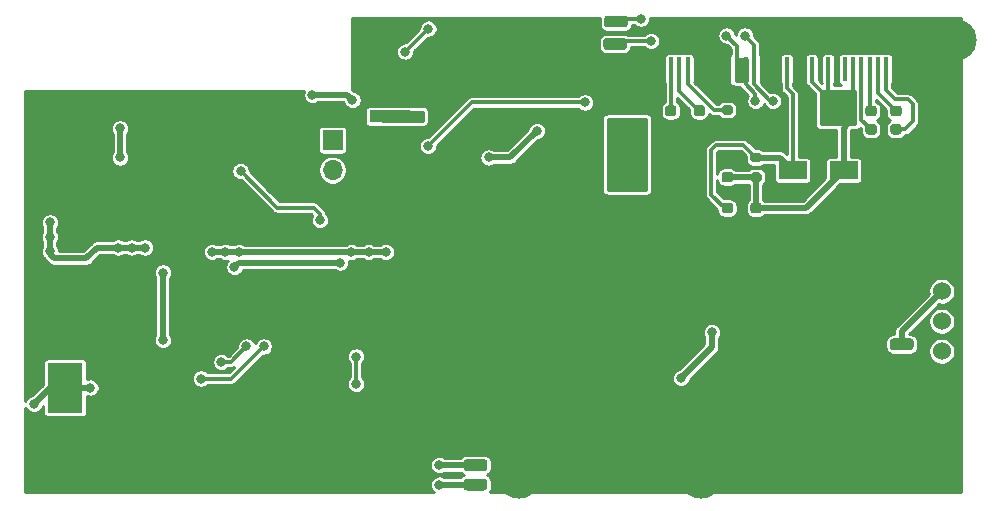
<source format=gbl>
G04 #@! TF.GenerationSoftware,KiCad,Pcbnew,5.1.9-73d0e3b20d~88~ubuntu20.04.1*
G04 #@! TF.CreationDate,2021-03-15T12:11:42+05:30*
G04 #@! TF.ProjectId,open_authenticator,6f70656e-5f61-4757-9468-656e74696361,v01*
G04 #@! TF.SameCoordinates,Original*
G04 #@! TF.FileFunction,Copper,L2,Bot*
G04 #@! TF.FilePolarity,Positive*
%FSLAX46Y46*%
G04 Gerber Fmt 4.6, Leading zero omitted, Abs format (unit mm)*
G04 Created by KiCad (PCBNEW 5.1.9-73d0e3b20d~88~ubuntu20.04.1) date 2021-03-15 12:11:42*
%MOMM*%
%LPD*%
G01*
G04 APERTURE LIST*
G04 #@! TA.AperFunction,SMDPad,CuDef*
%ADD10R,3.400000X1.500000*%
G04 #@! TD*
G04 #@! TA.AperFunction,SMDPad,CuDef*
%ADD11R,3.500000X1.000000*%
G04 #@! TD*
G04 #@! TA.AperFunction,ComponentPad*
%ADD12C,3.500000*%
G04 #@! TD*
G04 #@! TA.AperFunction,ComponentPad*
%ADD13C,2.000000*%
G04 #@! TD*
G04 #@! TA.AperFunction,SMDPad,CuDef*
%ADD14R,0.400000X2.000000*%
G04 #@! TD*
G04 #@! TA.AperFunction,SMDPad,CuDef*
%ADD15R,2.350000X1.550000*%
G04 #@! TD*
G04 #@! TA.AperFunction,SMDPad,CuDef*
%ADD16R,3.000000X4.200000*%
G04 #@! TD*
G04 #@! TA.AperFunction,ComponentPad*
%ADD17C,0.600000*%
G04 #@! TD*
G04 #@! TA.AperFunction,ComponentPad*
%ADD18R,1.700000X1.700000*%
G04 #@! TD*
G04 #@! TA.AperFunction,ComponentPad*
%ADD19O,1.700000X1.700000*%
G04 #@! TD*
G04 #@! TA.AperFunction,ComponentPad*
%ADD20C,1.524000*%
G04 #@! TD*
G04 #@! TA.AperFunction,ViaPad*
%ADD21C,0.800000*%
G04 #@! TD*
G04 #@! TA.AperFunction,Conductor*
%ADD22C,0.300000*%
G04 #@! TD*
G04 #@! TA.AperFunction,Conductor*
%ADD23C,0.500000*%
G04 #@! TD*
G04 #@! TA.AperFunction,Conductor*
%ADD24C,0.254000*%
G04 #@! TD*
G04 #@! TA.AperFunction,Conductor*
%ADD25C,0.100000*%
G04 #@! TD*
G04 APERTURE END LIST*
D10*
X127250900Y-86688680D03*
X127250900Y-93388680D03*
D11*
X121500900Y-89038680D03*
X121500900Y-91038680D03*
D12*
X132422900Y-119659400D03*
X147802600Y-119659400D03*
X169395140Y-82555080D03*
G04 #@! TA.AperFunction,SMDPad,CuDef*
G36*
G01*
X162484880Y-90582200D02*
X161984880Y-90582200D01*
G75*
G02*
X161759880Y-90357200I0J225000D01*
G01*
X161759880Y-89907200D01*
G75*
G02*
X161984880Y-89682200I225000J0D01*
G01*
X162484880Y-89682200D01*
G75*
G02*
X162709880Y-89907200I0J-225000D01*
G01*
X162709880Y-90357200D01*
G75*
G02*
X162484880Y-90582200I-225000J0D01*
G01*
G37*
G04 #@! TD.AperFunction*
G04 #@! TA.AperFunction,SMDPad,CuDef*
G36*
G01*
X162484880Y-89032200D02*
X161984880Y-89032200D01*
G75*
G02*
X161759880Y-88807200I0J225000D01*
G01*
X161759880Y-88357200D01*
G75*
G02*
X161984880Y-88132200I225000J0D01*
G01*
X162484880Y-88132200D01*
G75*
G02*
X162709880Y-88357200I0J-225000D01*
G01*
X162709880Y-88807200D01*
G75*
G02*
X162484880Y-89032200I-225000J0D01*
G01*
G37*
G04 #@! TD.AperFunction*
G04 #@! TA.AperFunction,SMDPad,CuDef*
G36*
G01*
X164588000Y-90577420D02*
X164088000Y-90577420D01*
G75*
G02*
X163863000Y-90352420I0J225000D01*
G01*
X163863000Y-89902420D01*
G75*
G02*
X164088000Y-89677420I225000J0D01*
G01*
X164588000Y-89677420D01*
G75*
G02*
X164813000Y-89902420I0J-225000D01*
G01*
X164813000Y-90352420D01*
G75*
G02*
X164588000Y-90577420I-225000J0D01*
G01*
G37*
G04 #@! TD.AperFunction*
G04 #@! TA.AperFunction,SMDPad,CuDef*
G36*
G01*
X164588000Y-89027420D02*
X164088000Y-89027420D01*
G75*
G02*
X163863000Y-88802420I0J225000D01*
G01*
X163863000Y-88352420D01*
G75*
G02*
X164088000Y-88127420I225000J0D01*
G01*
X164588000Y-88127420D01*
G75*
G02*
X164813000Y-88352420I0J-225000D01*
G01*
X164813000Y-88802420D01*
G75*
G02*
X164588000Y-89027420I-225000J0D01*
G01*
G37*
G04 #@! TD.AperFunction*
G04 #@! TA.AperFunction,SMDPad,CuDef*
G36*
G01*
X145512600Y-90556800D02*
X145012600Y-90556800D01*
G75*
G02*
X144787600Y-90331800I0J225000D01*
G01*
X144787600Y-89881800D01*
G75*
G02*
X145012600Y-89656800I225000J0D01*
G01*
X145512600Y-89656800D01*
G75*
G02*
X145737600Y-89881800I0J-225000D01*
G01*
X145737600Y-90331800D01*
G75*
G02*
X145512600Y-90556800I-225000J0D01*
G01*
G37*
G04 #@! TD.AperFunction*
G04 #@! TA.AperFunction,SMDPad,CuDef*
G36*
G01*
X145512600Y-89006800D02*
X145012600Y-89006800D01*
G75*
G02*
X144787600Y-88781800I0J225000D01*
G01*
X144787600Y-88331800D01*
G75*
G02*
X145012600Y-88106800I225000J0D01*
G01*
X145512600Y-88106800D01*
G75*
G02*
X145737600Y-88331800I0J-225000D01*
G01*
X145737600Y-88781800D01*
G75*
G02*
X145512600Y-89006800I-225000J0D01*
G01*
G37*
G04 #@! TD.AperFunction*
G04 #@! TA.AperFunction,SMDPad,CuDef*
G36*
G01*
X147948460Y-90552020D02*
X147448460Y-90552020D01*
G75*
G02*
X147223460Y-90327020I0J225000D01*
G01*
X147223460Y-89877020D01*
G75*
G02*
X147448460Y-89652020I225000J0D01*
G01*
X147948460Y-89652020D01*
G75*
G02*
X148173460Y-89877020I0J-225000D01*
G01*
X148173460Y-90327020D01*
G75*
G02*
X147948460Y-90552020I-225000J0D01*
G01*
G37*
G04 #@! TD.AperFunction*
G04 #@! TA.AperFunction,SMDPad,CuDef*
G36*
G01*
X147948460Y-89002020D02*
X147448460Y-89002020D01*
G75*
G02*
X147223460Y-88777020I0J225000D01*
G01*
X147223460Y-88327020D01*
G75*
G02*
X147448460Y-88102020I225000J0D01*
G01*
X147948460Y-88102020D01*
G75*
G02*
X148173460Y-88327020I0J-225000D01*
G01*
X148173460Y-88777020D01*
G75*
G02*
X147948460Y-89002020I-225000J0D01*
G01*
G37*
G04 #@! TD.AperFunction*
G04 #@! TA.AperFunction,SMDPad,CuDef*
G36*
G01*
X150323360Y-98801640D02*
X149823360Y-98801640D01*
G75*
G02*
X149598360Y-98576640I0J225000D01*
G01*
X149598360Y-98126640D01*
G75*
G02*
X149823360Y-97901640I225000J0D01*
G01*
X150323360Y-97901640D01*
G75*
G02*
X150548360Y-98126640I0J-225000D01*
G01*
X150548360Y-98576640D01*
G75*
G02*
X150323360Y-98801640I-225000J0D01*
G01*
G37*
G04 #@! TD.AperFunction*
G04 #@! TA.AperFunction,SMDPad,CuDef*
G36*
G01*
X150323360Y-97251640D02*
X149823360Y-97251640D01*
G75*
G02*
X149598360Y-97026640I0J225000D01*
G01*
X149598360Y-96576640D01*
G75*
G02*
X149823360Y-96351640I225000J0D01*
G01*
X150323360Y-96351640D01*
G75*
G02*
X150548360Y-96576640I0J-225000D01*
G01*
X150548360Y-97026640D01*
G75*
G02*
X150323360Y-97251640I-225000J0D01*
G01*
G37*
G04 #@! TD.AperFunction*
G04 #@! TA.AperFunction,SMDPad,CuDef*
G36*
G01*
X152749060Y-98786400D02*
X152249060Y-98786400D01*
G75*
G02*
X152024060Y-98561400I0J225000D01*
G01*
X152024060Y-98111400D01*
G75*
G02*
X152249060Y-97886400I225000J0D01*
G01*
X152749060Y-97886400D01*
G75*
G02*
X152974060Y-98111400I0J-225000D01*
G01*
X152974060Y-98561400D01*
G75*
G02*
X152749060Y-98786400I-225000J0D01*
G01*
G37*
G04 #@! TD.AperFunction*
G04 #@! TA.AperFunction,SMDPad,CuDef*
G36*
G01*
X152749060Y-97236400D02*
X152249060Y-97236400D01*
G75*
G02*
X152024060Y-97011400I0J225000D01*
G01*
X152024060Y-96561400D01*
G75*
G02*
X152249060Y-96336400I225000J0D01*
G01*
X152749060Y-96336400D01*
G75*
G02*
X152974060Y-96561400I0J-225000D01*
G01*
X152974060Y-97011400D01*
G75*
G02*
X152749060Y-97236400I-225000J0D01*
G01*
G37*
G04 #@! TD.AperFunction*
G04 #@! TA.AperFunction,SMDPad,CuDef*
G36*
G01*
X150313200Y-94620300D02*
X149813200Y-94620300D01*
G75*
G02*
X149588200Y-94395300I0J225000D01*
G01*
X149588200Y-93945300D01*
G75*
G02*
X149813200Y-93720300I225000J0D01*
G01*
X150313200Y-93720300D01*
G75*
G02*
X150538200Y-93945300I0J-225000D01*
G01*
X150538200Y-94395300D01*
G75*
G02*
X150313200Y-94620300I-225000J0D01*
G01*
G37*
G04 #@! TD.AperFunction*
G04 #@! TA.AperFunction,SMDPad,CuDef*
G36*
G01*
X150313200Y-93070300D02*
X149813200Y-93070300D01*
G75*
G02*
X149588200Y-92845300I0J225000D01*
G01*
X149588200Y-92395300D01*
G75*
G02*
X149813200Y-92170300I225000J0D01*
G01*
X150313200Y-92170300D01*
G75*
G02*
X150538200Y-92395300I0J-225000D01*
G01*
X150538200Y-92845300D01*
G75*
G02*
X150313200Y-93070300I-225000J0D01*
G01*
G37*
G04 #@! TD.AperFunction*
D13*
X159660000Y-119261720D03*
X168300000Y-119261720D03*
X168300000Y-115461720D03*
X159660000Y-115461720D03*
G04 #@! TA.AperFunction,SMDPad,CuDef*
G36*
G01*
X150333120Y-90546640D02*
X149783120Y-90546640D01*
G75*
G02*
X149583120Y-90346640I0J200000D01*
G01*
X149583120Y-89946640D01*
G75*
G02*
X149783120Y-89746640I200000J0D01*
G01*
X150333120Y-89746640D01*
G75*
G02*
X150533120Y-89946640I0J-200000D01*
G01*
X150533120Y-90346640D01*
G75*
G02*
X150333120Y-90546640I-200000J0D01*
G01*
G37*
G04 #@! TD.AperFunction*
G04 #@! TA.AperFunction,SMDPad,CuDef*
G36*
G01*
X150333120Y-88896640D02*
X149783120Y-88896640D01*
G75*
G02*
X149583120Y-88696640I0J200000D01*
G01*
X149583120Y-88296640D01*
G75*
G02*
X149783120Y-88096640I200000J0D01*
G01*
X150333120Y-88096640D01*
G75*
G02*
X150533120Y-88296640I0J-200000D01*
G01*
X150533120Y-88696640D01*
G75*
G02*
X150333120Y-88896640I-200000J0D01*
G01*
G37*
G04 #@! TD.AperFunction*
G04 #@! TA.AperFunction,SMDPad,CuDef*
G36*
G01*
X152771520Y-94572540D02*
X152221520Y-94572540D01*
G75*
G02*
X152021520Y-94372540I0J200000D01*
G01*
X152021520Y-93972540D01*
G75*
G02*
X152221520Y-93772540I200000J0D01*
G01*
X152771520Y-93772540D01*
G75*
G02*
X152971520Y-93972540I0J-200000D01*
G01*
X152971520Y-94372540D01*
G75*
G02*
X152771520Y-94572540I-200000J0D01*
G01*
G37*
G04 #@! TD.AperFunction*
G04 #@! TA.AperFunction,SMDPad,CuDef*
G36*
G01*
X152771520Y-92922540D02*
X152221520Y-92922540D01*
G75*
G02*
X152021520Y-92722540I0J200000D01*
G01*
X152021520Y-92322540D01*
G75*
G02*
X152221520Y-92122540I200000J0D01*
G01*
X152771520Y-92122540D01*
G75*
G02*
X152971520Y-92322540I0J-200000D01*
G01*
X152971520Y-92722540D01*
G75*
G02*
X152771520Y-92922540I-200000J0D01*
G01*
G37*
G04 #@! TD.AperFunction*
D14*
X154406080Y-85046820D03*
X153706080Y-85046820D03*
X164206080Y-85046820D03*
X163506080Y-85046820D03*
X162806080Y-85046820D03*
X162106080Y-85046820D03*
X161406080Y-85046820D03*
X160706080Y-85046820D03*
X160006080Y-85046820D03*
X159306080Y-85046820D03*
X158606080Y-85046820D03*
X157906080Y-85046820D03*
X157206080Y-85046820D03*
X156506080Y-85046820D03*
X155756080Y-85046820D03*
X155106080Y-85046820D03*
X153006080Y-85046820D03*
X152306080Y-85046820D03*
X151606080Y-85046820D03*
X150906080Y-85046820D03*
X150206080Y-85046820D03*
X149506080Y-85046820D03*
X148806080Y-85046820D03*
X148106080Y-85046820D03*
X147406080Y-85046820D03*
X146706080Y-85046820D03*
X146006080Y-85046820D03*
X145306080Y-85046820D03*
X144606080Y-85046820D03*
X143906080Y-85046820D03*
D15*
X159909400Y-93609160D03*
X155609400Y-93609160D03*
D16*
X94000000Y-112000000D03*
X123000000Y-112000000D03*
D17*
X130550000Y-103500000D03*
X131500000Y-102925000D03*
X131500000Y-104075000D03*
X132450000Y-103500000D03*
G04 #@! TA.AperFunction,SMDPad,CuDef*
G36*
G01*
X165578220Y-108828460D02*
X164078220Y-108828460D01*
G75*
G02*
X163828220Y-108578460I0J250000D01*
G01*
X163828220Y-108078460D01*
G75*
G02*
X164078220Y-107828460I250000J0D01*
G01*
X165578220Y-107828460D01*
G75*
G02*
X165828220Y-108078460I0J-250000D01*
G01*
X165828220Y-108578460D01*
G75*
G02*
X165578220Y-108828460I-250000J0D01*
G01*
G37*
G04 #@! TD.AperFunction*
G04 #@! TA.AperFunction,SMDPad,CuDef*
G36*
G01*
X143779620Y-95085600D02*
X143779620Y-93585600D01*
G75*
G02*
X144029620Y-93335600I250000J0D01*
G01*
X144529620Y-93335600D01*
G75*
G02*
X144779620Y-93585600I0J-250000D01*
G01*
X144779620Y-95085600D01*
G75*
G02*
X144529620Y-95335600I-250000J0D01*
G01*
X144029620Y-95335600D01*
G75*
G02*
X143779620Y-95085600I0J250000D01*
G01*
G37*
G04 #@! TD.AperFunction*
G04 #@! TA.AperFunction,SMDPad,CuDef*
G36*
G01*
X139877100Y-80498060D02*
X141377100Y-80498060D01*
G75*
G02*
X141627100Y-80748060I0J-250000D01*
G01*
X141627100Y-81248060D01*
G75*
G02*
X141377100Y-81498060I-250000J0D01*
G01*
X139877100Y-81498060D01*
G75*
G02*
X139627100Y-81248060I0J250000D01*
G01*
X139627100Y-80748060D01*
G75*
G02*
X139877100Y-80498060I250000J0D01*
G01*
G37*
G04 #@! TD.AperFunction*
G04 #@! TA.AperFunction,SMDPad,CuDef*
G36*
G01*
X139811060Y-82395440D02*
X141311060Y-82395440D01*
G75*
G02*
X141561060Y-82645440I0J-250000D01*
G01*
X141561060Y-83145440D01*
G75*
G02*
X141311060Y-83395440I-250000J0D01*
G01*
X139811060Y-83395440D01*
G75*
G02*
X139561060Y-83145440I0J250000D01*
G01*
X139561060Y-82645440D01*
G75*
G02*
X139811060Y-82395440I250000J0D01*
G01*
G37*
G04 #@! TD.AperFunction*
G04 #@! TA.AperFunction,SMDPad,CuDef*
G36*
G01*
X129484820Y-119054500D02*
X127984820Y-119054500D01*
G75*
G02*
X127734820Y-118804500I0J250000D01*
G01*
X127734820Y-118304500D01*
G75*
G02*
X127984820Y-118054500I250000J0D01*
G01*
X129484820Y-118054500D01*
G75*
G02*
X129734820Y-118304500I0J-250000D01*
G01*
X129734820Y-118804500D01*
G75*
G02*
X129484820Y-119054500I-250000J0D01*
G01*
G37*
G04 #@! TD.AperFunction*
G04 #@! TA.AperFunction,SMDPad,CuDef*
G36*
G01*
X129484820Y-120705500D02*
X127984820Y-120705500D01*
G75*
G02*
X127734820Y-120455500I0J250000D01*
G01*
X127734820Y-119955500D01*
G75*
G02*
X127984820Y-119705500I250000J0D01*
G01*
X129484820Y-119705500D01*
G75*
G02*
X129734820Y-119955500I0J-250000D01*
G01*
X129734820Y-120455500D01*
G75*
G02*
X129484820Y-120705500I-250000J0D01*
G01*
G37*
G04 #@! TD.AperFunction*
G04 #@! TA.AperFunction,SMDPad,CuDef*
G36*
G01*
X158943420Y-89032780D02*
X158943420Y-87532780D01*
G75*
G02*
X159193420Y-87282780I250000J0D01*
G01*
X159693420Y-87282780D01*
G75*
G02*
X159943420Y-87532780I0J-250000D01*
G01*
X159943420Y-89032780D01*
G75*
G02*
X159693420Y-89282780I-250000J0D01*
G01*
X159193420Y-89282780D01*
G75*
G02*
X158943420Y-89032780I0J250000D01*
G01*
G37*
G04 #@! TD.AperFunction*
G04 #@! TA.AperFunction,SMDPad,CuDef*
G36*
G01*
X141059280Y-95085600D02*
X141059280Y-93585600D01*
G75*
G02*
X141309280Y-93335600I250000J0D01*
G01*
X141809280Y-93335600D01*
G75*
G02*
X142059280Y-93585600I0J-250000D01*
G01*
X142059280Y-95085600D01*
G75*
G02*
X141809280Y-95335600I-250000J0D01*
G01*
X141309280Y-95335600D01*
G75*
G02*
X141059280Y-95085600I0J250000D01*
G01*
G37*
G04 #@! TD.AperFunction*
D18*
X116636800Y-91033600D03*
D19*
X116636800Y-93573600D03*
D20*
X168216580Y-103827580D03*
X168216580Y-106367580D03*
X168216580Y-108907580D03*
D21*
X152443180Y-87725620D03*
X124726700Y-91544140D03*
X143614140Y-82633820D03*
X149989540Y-82184685D03*
X138022040Y-87850000D03*
X122800000Y-83550000D03*
X124750000Y-81600000D03*
X153906220Y-87725620D03*
X142748000Y-80754220D03*
X151541035Y-82184685D03*
X106350000Y-95150000D03*
X94655000Y-115445000D03*
X102950000Y-98450000D03*
X151679720Y-107935380D03*
X93050000Y-92150000D03*
X94655000Y-117645000D03*
X95950000Y-117650000D03*
X97195000Y-117655000D03*
X98250000Y-103400000D03*
X115285520Y-115092480D03*
X93200000Y-114950000D03*
X93200000Y-109050000D03*
X94650000Y-107950000D03*
X114500000Y-97800000D03*
X114500000Y-95550000D03*
X131600000Y-89350000D03*
X131231640Y-86342220D03*
X99500000Y-96600000D03*
X101105000Y-87645000D03*
X109805000Y-87645000D03*
X110600000Y-93600000D03*
X109850000Y-97250000D03*
X111150000Y-115100000D03*
X129065020Y-110599220D03*
X138320780Y-115097560D03*
X142219680Y-115097560D03*
X150218140Y-115102640D03*
X154365960Y-115102640D03*
X128246380Y-107470160D03*
X127100000Y-104025000D03*
X124521380Y-107470160D03*
X124275000Y-104025000D03*
X109606080Y-99303840D03*
X109606080Y-102555040D03*
X114503200Y-99314000D03*
X114503200Y-102565200D03*
X151679720Y-107935380D03*
X133299200Y-82600800D03*
X114503200Y-92354400D03*
X118472001Y-92347999D03*
X95935800Y-107950000D03*
X128879600Y-86715600D03*
X123342400Y-87528400D03*
X123850400Y-84785200D03*
X122605800Y-84785200D03*
X121869200Y-87528400D03*
X125063160Y-110599220D03*
X141000000Y-105000000D03*
X137868660Y-105053340D03*
X137863580Y-103456740D03*
X116344700Y-99009200D03*
X116913660Y-102773480D03*
X149509480Y-86875620D03*
X150883620Y-86875620D03*
X153807160Y-95707200D03*
X154967940Y-95707200D03*
X156128720Y-95707200D03*
X153814780Y-98135440D03*
X156128720Y-98135440D03*
X154967940Y-98135440D03*
X153697940Y-93705680D03*
X153697940Y-91434920D03*
X151282400Y-93078300D03*
X151282400Y-95707200D03*
X158158180Y-91434920D03*
X161231580Y-91434920D03*
X157779720Y-98135440D03*
X157777180Y-94249240D03*
X157777180Y-92862400D03*
X162433000Y-92862400D03*
X146596100Y-109052360D03*
X150652480Y-109049820D03*
X135978900Y-103515160D03*
X103850680Y-87645000D03*
X107755004Y-87645000D03*
X98343960Y-87645000D03*
X106350000Y-92984320D03*
X106350000Y-97315680D03*
X144200880Y-86875620D03*
X156684980Y-86875620D03*
X153319480Y-83306920D03*
X149654260Y-83306920D03*
X165274260Y-98311700D03*
X147764500Y-95707200D03*
X147764500Y-93078300D03*
X138338560Y-86093300D03*
X158361380Y-89353800D03*
X158363920Y-87251540D03*
X108331000Y-101803200D03*
X133950000Y-90243100D03*
X102273100Y-107967780D03*
X102275640Y-102252780D03*
X117279420Y-101401880D03*
X160538160Y-87251540D03*
X160538160Y-89353800D03*
X129849880Y-92509340D03*
X91350000Y-113400000D03*
X96131380Y-111996220D03*
X108850000Y-93650000D03*
X115550000Y-97822700D03*
X123957080Y-88991440D03*
X122742960Y-88986360D03*
X142844520Y-89811860D03*
X141575790Y-89816940D03*
X140307060Y-89814400D03*
X146128740Y-111196120D03*
X140312140Y-93794580D03*
X142852140Y-93802200D03*
X140299440Y-94871540D03*
X142852140Y-94871540D03*
X148744940Y-107309920D03*
X98488500Y-100139500D03*
X100754180Y-100139500D03*
X99621340Y-100139500D03*
X106428540Y-100495100D03*
X107575350Y-100502645D03*
X108722160Y-100510340D03*
X118234460Y-100512880D03*
X119689880Y-100512880D03*
X121145300Y-100512880D03*
X92704920Y-98008440D03*
X92704920Y-99228910D03*
X92704920Y-100449380D03*
X105500000Y-111229140D03*
X110807500Y-108503720D03*
X125674120Y-120208040D03*
X109349540Y-108503720D03*
X107223560Y-109801660D03*
X125674120Y-118557040D03*
X98650000Y-92500000D03*
X98650000Y-90050000D03*
X118319141Y-87648641D03*
X114927380Y-87203280D03*
X118640860Y-111701580D03*
X118645940Y-109367320D03*
D22*
X128420840Y-87850000D02*
X124726700Y-91544140D01*
X138022040Y-87850000D02*
X128420840Y-87850000D01*
X152443180Y-87725620D02*
X152443180Y-87159935D01*
X151606080Y-86322835D02*
X151606080Y-85046820D01*
X152443180Y-87159935D02*
X151606080Y-86322835D01*
X150906080Y-83101225D02*
X150906080Y-85046820D01*
X149989540Y-82184685D02*
X150906080Y-83101225D01*
X140822680Y-82633820D02*
X140561060Y-82895440D01*
X143614140Y-82633820D02*
X140822680Y-82633820D01*
X122800000Y-83550000D02*
X124750000Y-81600000D01*
X153715985Y-87725620D02*
X153906220Y-87725620D01*
X140870940Y-80754220D02*
X140627100Y-80998060D01*
X142748000Y-80754220D02*
X140870940Y-80754220D01*
X152306080Y-85046820D02*
X152306080Y-86315715D01*
X152306080Y-86315715D02*
X153715985Y-87725620D01*
X152306080Y-82949730D02*
X152306080Y-85046820D01*
X151541035Y-82184685D02*
X152306080Y-82949730D01*
D23*
X102273100Y-107967780D02*
X102273100Y-103225600D01*
X102273100Y-102255320D02*
X102275640Y-102252780D01*
X102273100Y-103225600D02*
X102273100Y-102255320D01*
X108730999Y-101403201D02*
X116229181Y-101403201D01*
X108331000Y-101803200D02*
X108730999Y-101403201D01*
X117278099Y-101403201D02*
X117279420Y-101401880D01*
X116229181Y-101403201D02*
X117278099Y-101403201D01*
X159909400Y-89982560D02*
X160538160Y-89353800D01*
X159909400Y-93609160D02*
X159909400Y-89982560D01*
X152499060Y-94168260D02*
X152496520Y-94165720D01*
X152499060Y-94172840D02*
X152496520Y-94170300D01*
X152494280Y-94172540D02*
X152496520Y-94170300D01*
X156732160Y-96786400D02*
X159909400Y-93609160D01*
X152499060Y-96786400D02*
X156732160Y-96786400D01*
X152494280Y-94170300D02*
X152496520Y-94172540D01*
X150063200Y-94170300D02*
X152494280Y-94170300D01*
X152496520Y-96783860D02*
X152499060Y-96786400D01*
X152496520Y-94172540D02*
X152496520Y-96783860D01*
X133950000Y-90243100D02*
X131683760Y-92509340D01*
X131683760Y-92509340D02*
X129849880Y-92509340D01*
D22*
X157206080Y-86093700D02*
X157206080Y-85046820D01*
X158363920Y-87251540D02*
X157206080Y-86093700D01*
X158606080Y-87009380D02*
X158606080Y-85046820D01*
X158363920Y-87251540D02*
X158606080Y-87009380D01*
X160706080Y-87083620D02*
X160706080Y-85046820D01*
X160538160Y-87251540D02*
X160706080Y-87083620D01*
D23*
X92750000Y-112000000D02*
X91350000Y-113400000D01*
X94000000Y-112000000D02*
X92750000Y-112000000D01*
X94003780Y-111996220D02*
X94000000Y-112000000D01*
X96131380Y-111996220D02*
X94003780Y-111996220D01*
D22*
X108850000Y-93650000D02*
X111950000Y-96750000D01*
X115550000Y-97257015D02*
X115550000Y-97822700D01*
X115042985Y-96750000D02*
X115550000Y-97257015D01*
X111950000Y-96750000D02*
X115042985Y-96750000D01*
D23*
X146128740Y-111196120D02*
X148744940Y-108579920D01*
X148744940Y-108579920D02*
X148744940Y-107309920D01*
X140307060Y-93789500D02*
X140312140Y-93794580D01*
X142844520Y-93794580D02*
X142852140Y-93802200D01*
X107567805Y-100495100D02*
X107575350Y-100502645D01*
X106428540Y-100495100D02*
X107567805Y-100495100D01*
X108714465Y-100502645D02*
X108722160Y-100510340D01*
X107575350Y-100502645D02*
X108714465Y-100502645D01*
X108724700Y-100512880D02*
X108722160Y-100510340D01*
X118234460Y-100512880D02*
X108724700Y-100512880D01*
X118234460Y-100512880D02*
X119689880Y-100512880D01*
X119689880Y-100512880D02*
X121145300Y-100512880D01*
X92704920Y-98008440D02*
X92704920Y-98008440D01*
X92704920Y-100698300D02*
X92704920Y-100449380D01*
X93057980Y-101051360D02*
X92704920Y-100698300D01*
X95785642Y-101051360D02*
X93057980Y-101051360D01*
X96697502Y-100139500D02*
X95785642Y-101051360D01*
X100677980Y-100139500D02*
X96697502Y-100139500D01*
X92704920Y-99225100D02*
X92704920Y-98008440D01*
X92704920Y-100449380D02*
X92704920Y-99225100D01*
X164828220Y-107215940D02*
X168216580Y-103827580D01*
X164828220Y-108328460D02*
X164828220Y-107215940D01*
D22*
X108082080Y-111229140D02*
X105500000Y-111229140D01*
X110807500Y-108503720D02*
X108082080Y-111229140D01*
D23*
X128732280Y-120208040D02*
X128734820Y-120205500D01*
X125674120Y-120208040D02*
X128732280Y-120208040D01*
D22*
X108051600Y-109801660D02*
X109349540Y-108503720D01*
X107223560Y-109801660D02*
X108051600Y-109801660D01*
D23*
X128732280Y-118557040D02*
X128734820Y-118554500D01*
X125674120Y-118557040D02*
X128732280Y-118557040D01*
X98650000Y-92500000D02*
X98650000Y-90050000D01*
X114930650Y-87200010D02*
X115313460Y-87200010D01*
X114927380Y-87203280D02*
X114927380Y-87203280D01*
X117873780Y-87203280D02*
X114927380Y-87203280D01*
X118319141Y-87648641D02*
X117873780Y-87203280D01*
X114927380Y-87203280D02*
X114930650Y-87200010D01*
D22*
X118640860Y-109372400D02*
X118645940Y-109367320D01*
X118640860Y-111701580D02*
X118640860Y-109372400D01*
X156068461Y-93150099D02*
X155609400Y-93609160D01*
D23*
X154522780Y-92522540D02*
X155609400Y-93609160D01*
X152496520Y-92522540D02*
X154522780Y-92522540D01*
D22*
X155609400Y-87146240D02*
X155609400Y-93609160D01*
X155106080Y-86642920D02*
X155106080Y-85046820D01*
X155609400Y-87146240D02*
X155106080Y-86642920D01*
X150073360Y-96801640D02*
X149834300Y-96801640D01*
X149834300Y-96801640D02*
X148686520Y-95653860D01*
X148686520Y-95653860D02*
X148686520Y-91866720D01*
X148686520Y-91866720D02*
X149105620Y-91447620D01*
X151421600Y-91447620D02*
X152496520Y-92522540D01*
X149105620Y-91447620D02*
X151421600Y-91447620D01*
X146006080Y-86859640D02*
X147698460Y-88552020D01*
X146006080Y-85046820D02*
X146006080Y-86859640D01*
X145387761Y-88431639D02*
X145262600Y-88556800D01*
X145372120Y-88447280D02*
X145262600Y-88556800D01*
X145306080Y-88513320D02*
X145262600Y-88556800D01*
X145306080Y-85046820D02*
X145306080Y-88513320D01*
X162872120Y-87111540D02*
X164338000Y-88577420D01*
X162806080Y-87045500D02*
X162872120Y-87111540D01*
X162806080Y-85046820D02*
X162806080Y-87045500D01*
X165780720Y-88005920D02*
X165780720Y-89458800D01*
X165366700Y-87591900D02*
X165780720Y-88005920D01*
X165112100Y-90127420D02*
X164338000Y-90127420D01*
X165780720Y-89458800D02*
X165112100Y-90127420D01*
X164292280Y-87591900D02*
X165366700Y-87591900D01*
X163506080Y-86805700D02*
X164292280Y-87591900D01*
X163506080Y-85046820D02*
X163506080Y-86805700D01*
X162106080Y-88453400D02*
X162234880Y-88582200D01*
X162106080Y-85046820D02*
X162106080Y-88453400D01*
X161409870Y-85050610D02*
X161406080Y-85046820D01*
X161409870Y-89307190D02*
X161409870Y-85050610D01*
X162234880Y-90132200D02*
X161409870Y-89307190D01*
X148931270Y-88496640D02*
X149091938Y-88496640D01*
X149091938Y-88496640D02*
X150058120Y-88496640D01*
X146706080Y-85046820D02*
X146706080Y-86271450D01*
X146706080Y-86271450D02*
X148931270Y-88496640D01*
D24*
X143182366Y-95222060D02*
X139964186Y-95222060D01*
X139965404Y-89291160D01*
X143183584Y-89291160D01*
X143182366Y-95222060D01*
G04 #@! TA.AperFunction,Conductor*
D25*
G36*
X143182366Y-95222060D02*
G01*
X139964186Y-95222060D01*
X139965404Y-89291160D01*
X143183584Y-89291160D01*
X143182366Y-95222060D01*
G37*
G04 #@! TD.AperFunction*
D24*
X151723237Y-85996780D02*
X150788923Y-85996780D01*
X150788923Y-84140040D01*
X151723237Y-84140040D01*
X151723237Y-85996780D01*
G04 #@! TA.AperFunction,Conductor*
D25*
G36*
X151723237Y-85996780D02*
G01*
X150788923Y-85996780D01*
X150788923Y-84140040D01*
X151723237Y-84140040D01*
X151723237Y-85996780D01*
G37*
G04 #@! TD.AperFunction*
D24*
X160878870Y-89281116D02*
X160876302Y-89307190D01*
X160878870Y-89333264D01*
X160878870Y-89333273D01*
X160881060Y-89355509D01*
X160881060Y-89695020D01*
X158031180Y-89695020D01*
X158031180Y-86918800D01*
X160878871Y-86918800D01*
X160878870Y-89281116D01*
G04 #@! TA.AperFunction,Conductor*
D25*
G36*
X160878870Y-89281116D02*
G01*
X160876302Y-89307190D01*
X160878870Y-89333264D01*
X160878870Y-89333273D01*
X160881060Y-89355509D01*
X160881060Y-89695020D01*
X158031180Y-89695020D01*
X158031180Y-86918800D01*
X160878871Y-86918800D01*
X160878870Y-89281116D01*
G37*
G04 #@! TD.AperFunction*
D24*
X139248276Y-80748060D02*
X139248276Y-81248060D01*
X139260359Y-81370737D01*
X139296142Y-81488701D01*
X139354252Y-81597416D01*
X139432454Y-81692706D01*
X139527744Y-81770908D01*
X139636459Y-81829018D01*
X139754423Y-81864801D01*
X139877100Y-81876884D01*
X141377100Y-81876884D01*
X141499777Y-81864801D01*
X141617741Y-81829018D01*
X141726456Y-81770908D01*
X141821746Y-81692706D01*
X141899948Y-81597416D01*
X141958058Y-81488701D01*
X141993841Y-81370737D01*
X142002658Y-81281220D01*
X142176155Y-81281220D01*
X142252691Y-81357756D01*
X142379952Y-81442789D01*
X142521357Y-81501361D01*
X142671472Y-81531220D01*
X142824528Y-81531220D01*
X142974643Y-81501361D01*
X143116048Y-81442789D01*
X143243309Y-81357756D01*
X143351536Y-81249529D01*
X143436569Y-81122268D01*
X143495141Y-80980863D01*
X143525000Y-80830748D01*
X143525000Y-80727000D01*
X169873000Y-80727000D01*
X169873000Y-120873000D01*
X129951744Y-120873000D01*
X130007668Y-120804856D01*
X130065778Y-120696141D01*
X130101561Y-120578177D01*
X130113644Y-120455500D01*
X130113644Y-119955500D01*
X130101561Y-119832823D01*
X130065778Y-119714859D01*
X130007668Y-119606144D01*
X129929466Y-119510854D01*
X129834176Y-119432652D01*
X129735672Y-119380000D01*
X129834176Y-119327348D01*
X129929466Y-119249146D01*
X130007668Y-119153856D01*
X130065778Y-119045141D01*
X130101561Y-118927177D01*
X130113644Y-118804500D01*
X130113644Y-118304500D01*
X130101561Y-118181823D01*
X130065778Y-118063859D01*
X130007668Y-117955144D01*
X129929466Y-117859854D01*
X129834176Y-117781652D01*
X129725461Y-117723542D01*
X129607497Y-117687759D01*
X129484820Y-117675676D01*
X127984820Y-117675676D01*
X127862143Y-117687759D01*
X127744179Y-117723542D01*
X127635464Y-117781652D01*
X127540174Y-117859854D01*
X127482574Y-117930040D01*
X126134313Y-117930040D01*
X126042168Y-117868471D01*
X125900763Y-117809899D01*
X125750648Y-117780040D01*
X125597592Y-117780040D01*
X125447477Y-117809899D01*
X125306072Y-117868471D01*
X125178811Y-117953504D01*
X125070584Y-118061731D01*
X124985551Y-118188992D01*
X124926979Y-118330397D01*
X124897120Y-118480512D01*
X124897120Y-118633568D01*
X124926979Y-118783683D01*
X124985551Y-118925088D01*
X125070584Y-119052349D01*
X125178811Y-119160576D01*
X125306072Y-119245609D01*
X125447477Y-119304181D01*
X125597592Y-119334040D01*
X125750648Y-119334040D01*
X125900763Y-119304181D01*
X126042168Y-119245609D01*
X126134313Y-119184040D01*
X127486743Y-119184040D01*
X127540174Y-119249146D01*
X127635464Y-119327348D01*
X127733968Y-119380000D01*
X127635464Y-119432652D01*
X127540174Y-119510854D01*
X127482574Y-119581040D01*
X126134313Y-119581040D01*
X126042168Y-119519471D01*
X125900763Y-119460899D01*
X125750648Y-119431040D01*
X125597592Y-119431040D01*
X125447477Y-119460899D01*
X125306072Y-119519471D01*
X125178811Y-119604504D01*
X125070584Y-119712731D01*
X124985551Y-119839992D01*
X124926979Y-119981397D01*
X124897120Y-120131512D01*
X124897120Y-120284568D01*
X124926979Y-120434683D01*
X124985551Y-120576088D01*
X125070584Y-120703349D01*
X125178811Y-120811576D01*
X125270739Y-120873000D01*
X90627000Y-120873000D01*
X90627000Y-113684924D01*
X90661431Y-113768048D01*
X90746464Y-113895309D01*
X90854691Y-114003536D01*
X90981952Y-114088569D01*
X91123357Y-114147141D01*
X91273472Y-114177000D01*
X91426528Y-114177000D01*
X91576643Y-114147141D01*
X91718048Y-114088569D01*
X91845309Y-114003536D01*
X91953536Y-113895309D01*
X92038569Y-113768048D01*
X92097141Y-113626643D01*
X92118761Y-113517950D01*
X92121176Y-113515535D01*
X92121176Y-114100000D01*
X92128455Y-114173905D01*
X92150012Y-114244970D01*
X92185019Y-114310463D01*
X92232131Y-114367869D01*
X92289537Y-114414981D01*
X92355030Y-114449988D01*
X92426095Y-114471545D01*
X92500000Y-114478824D01*
X95500000Y-114478824D01*
X95573905Y-114471545D01*
X95644970Y-114449988D01*
X95710463Y-114414981D01*
X95767869Y-114367869D01*
X95814981Y-114310463D01*
X95849988Y-114244970D01*
X95871545Y-114173905D01*
X95878824Y-114100000D01*
X95878824Y-112732627D01*
X95904737Y-112743361D01*
X96054852Y-112773220D01*
X96207908Y-112773220D01*
X96358023Y-112743361D01*
X96499428Y-112684789D01*
X96626689Y-112599756D01*
X96734916Y-112491529D01*
X96819949Y-112364268D01*
X96878521Y-112222863D01*
X96908380Y-112072748D01*
X96908380Y-111919692D01*
X96878521Y-111769577D01*
X96819949Y-111628172D01*
X96734916Y-111500911D01*
X96626689Y-111392684D01*
X96499428Y-111307651D01*
X96358023Y-111249079D01*
X96207908Y-111219220D01*
X96054852Y-111219220D01*
X95904737Y-111249079D01*
X95878824Y-111259813D01*
X95878824Y-111152612D01*
X104723000Y-111152612D01*
X104723000Y-111305668D01*
X104752859Y-111455783D01*
X104811431Y-111597188D01*
X104896464Y-111724449D01*
X105004691Y-111832676D01*
X105131952Y-111917709D01*
X105273357Y-111976281D01*
X105423472Y-112006140D01*
X105576528Y-112006140D01*
X105726643Y-111976281D01*
X105868048Y-111917709D01*
X105995309Y-111832676D01*
X106071845Y-111756140D01*
X108056199Y-111756140D01*
X108082080Y-111758689D01*
X108107961Y-111756140D01*
X108185390Y-111748514D01*
X108284730Y-111718379D01*
X108376282Y-111669444D01*
X108430373Y-111625052D01*
X117863860Y-111625052D01*
X117863860Y-111778108D01*
X117893719Y-111928223D01*
X117952291Y-112069628D01*
X118037324Y-112196889D01*
X118145551Y-112305116D01*
X118272812Y-112390149D01*
X118414217Y-112448721D01*
X118564332Y-112478580D01*
X118717388Y-112478580D01*
X118867503Y-112448721D01*
X119008908Y-112390149D01*
X119136169Y-112305116D01*
X119244396Y-112196889D01*
X119329429Y-112069628D01*
X119388001Y-111928223D01*
X119417860Y-111778108D01*
X119417860Y-111625052D01*
X119388001Y-111474937D01*
X119329429Y-111333532D01*
X119244396Y-111206271D01*
X119167860Y-111129735D01*
X119167860Y-111119592D01*
X145351740Y-111119592D01*
X145351740Y-111272648D01*
X145381599Y-111422763D01*
X145440171Y-111564168D01*
X145525204Y-111691429D01*
X145633431Y-111799656D01*
X145760692Y-111884689D01*
X145902097Y-111943261D01*
X146052212Y-111973120D01*
X146205268Y-111973120D01*
X146355383Y-111943261D01*
X146496788Y-111884689D01*
X146624049Y-111799656D01*
X146732276Y-111691429D01*
X146817309Y-111564168D01*
X146875881Y-111422763D01*
X146897501Y-111314070D01*
X149166514Y-109045057D01*
X149190441Y-109025421D01*
X149268793Y-108929948D01*
X149279170Y-108910535D01*
X149327015Y-108821024D01*
X149362867Y-108702833D01*
X149374973Y-108579920D01*
X149371940Y-108549126D01*
X149371940Y-108078460D01*
X163449396Y-108078460D01*
X163449396Y-108578460D01*
X163461479Y-108701137D01*
X163497262Y-108819101D01*
X163555372Y-108927816D01*
X163633574Y-109023106D01*
X163728864Y-109101308D01*
X163837579Y-109159418D01*
X163955543Y-109195201D01*
X164078220Y-109207284D01*
X165578220Y-109207284D01*
X165700897Y-109195201D01*
X165818861Y-109159418D01*
X165927576Y-109101308D01*
X166022866Y-109023106D01*
X166101068Y-108927816D01*
X166159178Y-108819101D01*
X166166368Y-108795398D01*
X167077580Y-108795398D01*
X167077580Y-109019762D01*
X167121351Y-109239814D01*
X167207211Y-109447099D01*
X167331861Y-109633650D01*
X167490510Y-109792299D01*
X167677061Y-109916949D01*
X167884346Y-110002809D01*
X168104398Y-110046580D01*
X168328762Y-110046580D01*
X168548814Y-110002809D01*
X168756099Y-109916949D01*
X168942650Y-109792299D01*
X169101299Y-109633650D01*
X169225949Y-109447099D01*
X169311809Y-109239814D01*
X169355580Y-109019762D01*
X169355580Y-108795398D01*
X169311809Y-108575346D01*
X169225949Y-108368061D01*
X169101299Y-108181510D01*
X168942650Y-108022861D01*
X168756099Y-107898211D01*
X168548814Y-107812351D01*
X168328762Y-107768580D01*
X168104398Y-107768580D01*
X167884346Y-107812351D01*
X167677061Y-107898211D01*
X167490510Y-108022861D01*
X167331861Y-108181510D01*
X167207211Y-108368061D01*
X167121351Y-108575346D01*
X167077580Y-108795398D01*
X166166368Y-108795398D01*
X166194961Y-108701137D01*
X166207044Y-108578460D01*
X166207044Y-108078460D01*
X166194961Y-107955783D01*
X166159178Y-107837819D01*
X166101068Y-107729104D01*
X166022866Y-107633814D01*
X165927576Y-107555612D01*
X165818861Y-107497502D01*
X165700897Y-107461719D01*
X165578220Y-107449636D01*
X165481235Y-107449636D01*
X166675473Y-106255398D01*
X167077580Y-106255398D01*
X167077580Y-106479762D01*
X167121351Y-106699814D01*
X167207211Y-106907099D01*
X167331861Y-107093650D01*
X167490510Y-107252299D01*
X167677061Y-107376949D01*
X167884346Y-107462809D01*
X168104398Y-107506580D01*
X168328762Y-107506580D01*
X168548814Y-107462809D01*
X168756099Y-107376949D01*
X168942650Y-107252299D01*
X169101299Y-107093650D01*
X169225949Y-106907099D01*
X169311809Y-106699814D01*
X169355580Y-106479762D01*
X169355580Y-106255398D01*
X169311809Y-106035346D01*
X169225949Y-105828061D01*
X169101299Y-105641510D01*
X168942650Y-105482861D01*
X168756099Y-105358211D01*
X168548814Y-105272351D01*
X168328762Y-105228580D01*
X168104398Y-105228580D01*
X167884346Y-105272351D01*
X167677061Y-105358211D01*
X167490510Y-105482861D01*
X167331861Y-105641510D01*
X167207211Y-105828061D01*
X167121351Y-106035346D01*
X167077580Y-106255398D01*
X166675473Y-106255398D01*
X167987537Y-104943335D01*
X168104398Y-104966580D01*
X168328762Y-104966580D01*
X168548814Y-104922809D01*
X168756099Y-104836949D01*
X168942650Y-104712299D01*
X169101299Y-104553650D01*
X169225949Y-104367099D01*
X169311809Y-104159814D01*
X169355580Y-103939762D01*
X169355580Y-103715398D01*
X169311809Y-103495346D01*
X169225949Y-103288061D01*
X169101299Y-103101510D01*
X168942650Y-102942861D01*
X168756099Y-102818211D01*
X168548814Y-102732351D01*
X168328762Y-102688580D01*
X168104398Y-102688580D01*
X167884346Y-102732351D01*
X167677061Y-102818211D01*
X167490510Y-102942861D01*
X167331861Y-103101510D01*
X167207211Y-103288061D01*
X167121351Y-103495346D01*
X167077580Y-103715398D01*
X167077580Y-103939762D01*
X167100825Y-104056623D01*
X164406643Y-106750806D01*
X164382720Y-106770439D01*
X164304368Y-106865912D01*
X164282353Y-106907099D01*
X164246146Y-106974837D01*
X164210293Y-107093028D01*
X164198187Y-107215940D01*
X164201221Y-107246744D01*
X164201221Y-107449636D01*
X164078220Y-107449636D01*
X163955543Y-107461719D01*
X163837579Y-107497502D01*
X163728864Y-107555612D01*
X163633574Y-107633814D01*
X163555372Y-107729104D01*
X163497262Y-107837819D01*
X163461479Y-107955783D01*
X163449396Y-108078460D01*
X149371940Y-108078460D01*
X149371940Y-107770113D01*
X149433509Y-107677968D01*
X149492081Y-107536563D01*
X149521940Y-107386448D01*
X149521940Y-107233392D01*
X149492081Y-107083277D01*
X149433509Y-106941872D01*
X149348476Y-106814611D01*
X149240249Y-106706384D01*
X149112988Y-106621351D01*
X148971583Y-106562779D01*
X148821468Y-106532920D01*
X148668412Y-106532920D01*
X148518297Y-106562779D01*
X148376892Y-106621351D01*
X148249631Y-106706384D01*
X148141404Y-106814611D01*
X148056371Y-106941872D01*
X147997799Y-107083277D01*
X147967940Y-107233392D01*
X147967940Y-107386448D01*
X147997799Y-107536563D01*
X148056371Y-107677968D01*
X148117941Y-107770114D01*
X148117940Y-108320209D01*
X146010790Y-110427359D01*
X145902097Y-110448979D01*
X145760692Y-110507551D01*
X145633431Y-110592584D01*
X145525204Y-110700811D01*
X145440171Y-110828072D01*
X145381599Y-110969477D01*
X145351740Y-111119592D01*
X119167860Y-111119592D01*
X119167860Y-109944245D01*
X119249476Y-109862629D01*
X119334509Y-109735368D01*
X119393081Y-109593963D01*
X119422940Y-109443848D01*
X119422940Y-109290792D01*
X119393081Y-109140677D01*
X119334509Y-108999272D01*
X119249476Y-108872011D01*
X119141249Y-108763784D01*
X119013988Y-108678751D01*
X118872583Y-108620179D01*
X118722468Y-108590320D01*
X118569412Y-108590320D01*
X118419297Y-108620179D01*
X118277892Y-108678751D01*
X118150631Y-108763784D01*
X118042404Y-108872011D01*
X117957371Y-108999272D01*
X117898799Y-109140677D01*
X117868940Y-109290792D01*
X117868940Y-109443848D01*
X117898799Y-109593963D01*
X117957371Y-109735368D01*
X118042404Y-109862629D01*
X118113861Y-109934086D01*
X118113860Y-111129735D01*
X118037324Y-111206271D01*
X117952291Y-111333532D01*
X117893719Y-111474937D01*
X117863860Y-111625052D01*
X108430373Y-111625052D01*
X108456528Y-111603588D01*
X108473035Y-111583474D01*
X110775790Y-109280720D01*
X110884028Y-109280720D01*
X111034143Y-109250861D01*
X111175548Y-109192289D01*
X111302809Y-109107256D01*
X111411036Y-108999029D01*
X111496069Y-108871768D01*
X111554641Y-108730363D01*
X111584500Y-108580248D01*
X111584500Y-108427192D01*
X111554641Y-108277077D01*
X111496069Y-108135672D01*
X111411036Y-108008411D01*
X111302809Y-107900184D01*
X111175548Y-107815151D01*
X111034143Y-107756579D01*
X110884028Y-107726720D01*
X110730972Y-107726720D01*
X110580857Y-107756579D01*
X110439452Y-107815151D01*
X110312191Y-107900184D01*
X110203964Y-108008411D01*
X110118931Y-108135672D01*
X110078520Y-108233233D01*
X110038109Y-108135672D01*
X109953076Y-108008411D01*
X109844849Y-107900184D01*
X109717588Y-107815151D01*
X109576183Y-107756579D01*
X109426068Y-107726720D01*
X109273012Y-107726720D01*
X109122897Y-107756579D01*
X108981492Y-107815151D01*
X108854231Y-107900184D01*
X108746004Y-108008411D01*
X108660971Y-108135672D01*
X108602399Y-108277077D01*
X108572540Y-108427192D01*
X108572540Y-108535430D01*
X107833311Y-109274660D01*
X107795405Y-109274660D01*
X107718869Y-109198124D01*
X107591608Y-109113091D01*
X107450203Y-109054519D01*
X107300088Y-109024660D01*
X107147032Y-109024660D01*
X106996917Y-109054519D01*
X106855512Y-109113091D01*
X106728251Y-109198124D01*
X106620024Y-109306351D01*
X106534991Y-109433612D01*
X106476419Y-109575017D01*
X106446560Y-109725132D01*
X106446560Y-109878188D01*
X106476419Y-110028303D01*
X106534991Y-110169708D01*
X106620024Y-110296969D01*
X106728251Y-110405196D01*
X106855512Y-110490229D01*
X106996917Y-110548801D01*
X107147032Y-110578660D01*
X107300088Y-110578660D01*
X107450203Y-110548801D01*
X107591608Y-110490229D01*
X107718869Y-110405196D01*
X107795405Y-110328660D01*
X108025719Y-110328660D01*
X108051600Y-110331209D01*
X108077481Y-110328660D01*
X108154910Y-110321034D01*
X108254250Y-110290899D01*
X108298894Y-110267036D01*
X107863791Y-110702140D01*
X106071845Y-110702140D01*
X105995309Y-110625604D01*
X105868048Y-110540571D01*
X105726643Y-110481999D01*
X105576528Y-110452140D01*
X105423472Y-110452140D01*
X105273357Y-110481999D01*
X105131952Y-110540571D01*
X105004691Y-110625604D01*
X104896464Y-110733831D01*
X104811431Y-110861092D01*
X104752859Y-111002497D01*
X104723000Y-111152612D01*
X95878824Y-111152612D01*
X95878824Y-109900000D01*
X95871545Y-109826095D01*
X95849988Y-109755030D01*
X95814981Y-109689537D01*
X95767869Y-109632131D01*
X95710463Y-109585019D01*
X95644970Y-109550012D01*
X95573905Y-109528455D01*
X95500000Y-109521176D01*
X92500000Y-109521176D01*
X92426095Y-109528455D01*
X92355030Y-109550012D01*
X92289537Y-109585019D01*
X92232131Y-109632131D01*
X92185019Y-109689537D01*
X92150012Y-109755030D01*
X92128455Y-109826095D01*
X92121176Y-109900000D01*
X92121176Y-111742112D01*
X91232050Y-112631239D01*
X91123357Y-112652859D01*
X90981952Y-112711431D01*
X90854691Y-112796464D01*
X90746464Y-112904691D01*
X90661431Y-113031952D01*
X90627000Y-113115076D01*
X90627000Y-107891252D01*
X101496100Y-107891252D01*
X101496100Y-108044308D01*
X101525959Y-108194423D01*
X101584531Y-108335828D01*
X101669564Y-108463089D01*
X101777791Y-108571316D01*
X101905052Y-108656349D01*
X102046457Y-108714921D01*
X102196572Y-108744780D01*
X102349628Y-108744780D01*
X102499743Y-108714921D01*
X102641148Y-108656349D01*
X102768409Y-108571316D01*
X102876636Y-108463089D01*
X102961669Y-108335828D01*
X103020241Y-108194423D01*
X103050100Y-108044308D01*
X103050100Y-107891252D01*
X103020241Y-107741137D01*
X102961669Y-107599732D01*
X102900100Y-107507587D01*
X102900100Y-102716774D01*
X102964209Y-102620828D01*
X103022781Y-102479423D01*
X103052640Y-102329308D01*
X103052640Y-102176252D01*
X103022781Y-102026137D01*
X102964209Y-101884732D01*
X102879176Y-101757471D01*
X102770949Y-101649244D01*
X102643688Y-101564211D01*
X102502283Y-101505639D01*
X102352168Y-101475780D01*
X102199112Y-101475780D01*
X102048997Y-101505639D01*
X101907592Y-101564211D01*
X101780331Y-101649244D01*
X101672104Y-101757471D01*
X101587071Y-101884732D01*
X101528499Y-102026137D01*
X101498640Y-102176252D01*
X101498640Y-102329308D01*
X101528499Y-102479423D01*
X101587071Y-102620828D01*
X101646101Y-102709172D01*
X101646100Y-103256393D01*
X101646101Y-103256403D01*
X101646100Y-107507587D01*
X101584531Y-107599732D01*
X101525959Y-107741137D01*
X101496100Y-107891252D01*
X90627000Y-107891252D01*
X90627000Y-97931912D01*
X91927920Y-97931912D01*
X91927920Y-98084968D01*
X91957779Y-98235083D01*
X92016351Y-98376488D01*
X92077921Y-98468634D01*
X92077920Y-98768717D01*
X92016351Y-98860862D01*
X91957779Y-99002267D01*
X91927920Y-99152382D01*
X91927920Y-99305438D01*
X91957779Y-99455553D01*
X92016351Y-99596958D01*
X92077921Y-99689104D01*
X92077920Y-99989187D01*
X92016351Y-100081332D01*
X91957779Y-100222737D01*
X91927920Y-100372852D01*
X91927920Y-100525908D01*
X91957779Y-100676023D01*
X92016351Y-100817428D01*
X92101384Y-100944689D01*
X92153560Y-100996865D01*
X92181067Y-101048327D01*
X92259419Y-101143801D01*
X92283347Y-101163438D01*
X92592842Y-101472933D01*
X92612479Y-101496861D01*
X92707952Y-101575213D01*
X92816877Y-101633435D01*
X92899214Y-101658411D01*
X92935066Y-101669287D01*
X93057979Y-101681393D01*
X93088773Y-101678360D01*
X95754848Y-101678360D01*
X95785642Y-101681393D01*
X95816436Y-101678360D01*
X95908555Y-101669287D01*
X96026745Y-101633435D01*
X96135670Y-101575213D01*
X96231143Y-101496861D01*
X96250780Y-101472933D01*
X96957214Y-100766500D01*
X98028307Y-100766500D01*
X98120452Y-100828069D01*
X98261857Y-100886641D01*
X98411972Y-100916500D01*
X98565028Y-100916500D01*
X98715143Y-100886641D01*
X98856548Y-100828069D01*
X98948693Y-100766500D01*
X99161147Y-100766500D01*
X99253292Y-100828069D01*
X99394697Y-100886641D01*
X99544812Y-100916500D01*
X99697868Y-100916500D01*
X99847983Y-100886641D01*
X99989388Y-100828069D01*
X100081533Y-100766500D01*
X100293987Y-100766500D01*
X100386132Y-100828069D01*
X100527537Y-100886641D01*
X100677652Y-100916500D01*
X100830708Y-100916500D01*
X100980823Y-100886641D01*
X101122228Y-100828069D01*
X101249489Y-100743036D01*
X101357716Y-100634809D01*
X101442749Y-100507548D01*
X101479604Y-100418572D01*
X105651540Y-100418572D01*
X105651540Y-100571628D01*
X105681399Y-100721743D01*
X105739971Y-100863148D01*
X105825004Y-100990409D01*
X105933231Y-101098636D01*
X106060492Y-101183669D01*
X106201897Y-101242241D01*
X106352012Y-101272100D01*
X106505068Y-101272100D01*
X106655183Y-101242241D01*
X106796588Y-101183669D01*
X106888733Y-101122100D01*
X107103865Y-101122100D01*
X107207302Y-101191214D01*
X107348707Y-101249786D01*
X107498822Y-101279645D01*
X107651878Y-101279645D01*
X107781491Y-101253864D01*
X107727464Y-101307891D01*
X107642431Y-101435152D01*
X107583859Y-101576557D01*
X107554000Y-101726672D01*
X107554000Y-101879728D01*
X107583859Y-102029843D01*
X107642431Y-102171248D01*
X107727464Y-102298509D01*
X107835691Y-102406736D01*
X107962952Y-102491769D01*
X108104357Y-102550341D01*
X108254472Y-102580200D01*
X108407528Y-102580200D01*
X108557643Y-102550341D01*
X108699048Y-102491769D01*
X108826309Y-102406736D01*
X108934536Y-102298509D01*
X109019569Y-102171248D01*
X109077993Y-102030201D01*
X116821204Y-102030201D01*
X116911372Y-102090449D01*
X117052777Y-102149021D01*
X117202892Y-102178880D01*
X117355948Y-102178880D01*
X117506063Y-102149021D01*
X117647468Y-102090449D01*
X117774729Y-102005416D01*
X117882956Y-101897189D01*
X117967989Y-101769928D01*
X118026561Y-101628523D01*
X118056420Y-101478408D01*
X118056420Y-101325352D01*
X118044892Y-101267395D01*
X118157932Y-101289880D01*
X118310988Y-101289880D01*
X118461103Y-101260021D01*
X118602508Y-101201449D01*
X118694653Y-101139880D01*
X119229687Y-101139880D01*
X119321832Y-101201449D01*
X119463237Y-101260021D01*
X119613352Y-101289880D01*
X119766408Y-101289880D01*
X119916523Y-101260021D01*
X120057928Y-101201449D01*
X120150073Y-101139880D01*
X120685107Y-101139880D01*
X120777252Y-101201449D01*
X120918657Y-101260021D01*
X121068772Y-101289880D01*
X121221828Y-101289880D01*
X121371943Y-101260021D01*
X121513348Y-101201449D01*
X121640609Y-101116416D01*
X121748836Y-101008189D01*
X121833869Y-100880928D01*
X121892441Y-100739523D01*
X121922300Y-100589408D01*
X121922300Y-100436352D01*
X121892441Y-100286237D01*
X121833869Y-100144832D01*
X121748836Y-100017571D01*
X121640609Y-99909344D01*
X121513348Y-99824311D01*
X121371943Y-99765739D01*
X121221828Y-99735880D01*
X121068772Y-99735880D01*
X120918657Y-99765739D01*
X120777252Y-99824311D01*
X120685107Y-99885880D01*
X120150073Y-99885880D01*
X120057928Y-99824311D01*
X119916523Y-99765739D01*
X119766408Y-99735880D01*
X119613352Y-99735880D01*
X119463237Y-99765739D01*
X119321832Y-99824311D01*
X119229687Y-99885880D01*
X118694653Y-99885880D01*
X118602508Y-99824311D01*
X118461103Y-99765739D01*
X118310988Y-99735880D01*
X118157932Y-99735880D01*
X118007817Y-99765739D01*
X117866412Y-99824311D01*
X117774267Y-99885880D01*
X109186154Y-99885880D01*
X109090208Y-99821771D01*
X108948803Y-99763199D01*
X108798688Y-99733340D01*
X108645632Y-99733340D01*
X108495517Y-99763199D01*
X108354112Y-99821771D01*
X108273484Y-99875645D01*
X108035543Y-99875645D01*
X107943398Y-99814076D01*
X107801993Y-99755504D01*
X107651878Y-99725645D01*
X107498822Y-99725645D01*
X107348707Y-99755504D01*
X107207302Y-99814076D01*
X107126449Y-99868100D01*
X106888733Y-99868100D01*
X106796588Y-99806531D01*
X106655183Y-99747959D01*
X106505068Y-99718100D01*
X106352012Y-99718100D01*
X106201897Y-99747959D01*
X106060492Y-99806531D01*
X105933231Y-99891564D01*
X105825004Y-99999791D01*
X105739971Y-100127052D01*
X105681399Y-100268457D01*
X105651540Y-100418572D01*
X101479604Y-100418572D01*
X101501321Y-100366143D01*
X101531180Y-100216028D01*
X101531180Y-100062972D01*
X101501321Y-99912857D01*
X101442749Y-99771452D01*
X101357716Y-99644191D01*
X101249489Y-99535964D01*
X101122228Y-99450931D01*
X100980823Y-99392359D01*
X100830708Y-99362500D01*
X100677652Y-99362500D01*
X100527537Y-99392359D01*
X100386132Y-99450931D01*
X100293987Y-99512500D01*
X100081533Y-99512500D01*
X99989388Y-99450931D01*
X99847983Y-99392359D01*
X99697868Y-99362500D01*
X99544812Y-99362500D01*
X99394697Y-99392359D01*
X99253292Y-99450931D01*
X99161147Y-99512500D01*
X98948693Y-99512500D01*
X98856548Y-99450931D01*
X98715143Y-99392359D01*
X98565028Y-99362500D01*
X98411972Y-99362500D01*
X98261857Y-99392359D01*
X98120452Y-99450931D01*
X98028307Y-99512500D01*
X96728296Y-99512500D01*
X96697502Y-99509467D01*
X96666708Y-99512500D01*
X96574589Y-99521573D01*
X96456399Y-99557425D01*
X96347474Y-99615647D01*
X96252001Y-99693999D01*
X96232368Y-99717922D01*
X95525931Y-100424360D01*
X93481920Y-100424360D01*
X93481920Y-100372852D01*
X93452061Y-100222737D01*
X93393489Y-100081332D01*
X93331920Y-99989187D01*
X93331920Y-99689103D01*
X93393489Y-99596958D01*
X93452061Y-99455553D01*
X93481920Y-99305438D01*
X93481920Y-99152382D01*
X93452061Y-99002267D01*
X93393489Y-98860862D01*
X93331920Y-98768717D01*
X93331920Y-98468633D01*
X93393489Y-98376488D01*
X93452061Y-98235083D01*
X93481920Y-98084968D01*
X93481920Y-97931912D01*
X93452061Y-97781797D01*
X93393489Y-97640392D01*
X93308456Y-97513131D01*
X93200229Y-97404904D01*
X93072968Y-97319871D01*
X92931563Y-97261299D01*
X92781448Y-97231440D01*
X92628392Y-97231440D01*
X92478277Y-97261299D01*
X92336872Y-97319871D01*
X92209611Y-97404904D01*
X92101384Y-97513131D01*
X92016351Y-97640392D01*
X91957779Y-97781797D01*
X91927920Y-97931912D01*
X90627000Y-97931912D01*
X90627000Y-93573472D01*
X108073000Y-93573472D01*
X108073000Y-93726528D01*
X108102859Y-93876643D01*
X108161431Y-94018048D01*
X108246464Y-94145309D01*
X108354691Y-94253536D01*
X108481952Y-94338569D01*
X108623357Y-94397141D01*
X108773472Y-94427000D01*
X108881711Y-94427000D01*
X111559049Y-97104339D01*
X111575552Y-97124448D01*
X111638476Y-97176088D01*
X111655798Y-97190304D01*
X111747350Y-97239239D01*
X111846690Y-97269374D01*
X111949999Y-97279549D01*
X111975880Y-97277000D01*
X114824696Y-97277000D01*
X114917874Y-97370179D01*
X114861431Y-97454652D01*
X114802859Y-97596057D01*
X114773000Y-97746172D01*
X114773000Y-97899228D01*
X114802859Y-98049343D01*
X114861431Y-98190748D01*
X114946464Y-98318009D01*
X115054691Y-98426236D01*
X115181952Y-98511269D01*
X115323357Y-98569841D01*
X115473472Y-98599700D01*
X115626528Y-98599700D01*
X115776643Y-98569841D01*
X115918048Y-98511269D01*
X116045309Y-98426236D01*
X116153536Y-98318009D01*
X116238569Y-98190748D01*
X116297141Y-98049343D01*
X116327000Y-97899228D01*
X116327000Y-97746172D01*
X116297141Y-97596057D01*
X116238569Y-97454652D01*
X116153536Y-97327391D01*
X116079155Y-97253010D01*
X116073203Y-97192585D01*
X116069374Y-97153705D01*
X116039239Y-97054365D01*
X115990304Y-96962813D01*
X115924448Y-96882567D01*
X115904339Y-96866064D01*
X115433940Y-96395666D01*
X115417433Y-96375552D01*
X115337187Y-96309696D01*
X115245635Y-96260761D01*
X115146295Y-96230626D01*
X115068866Y-96223000D01*
X115042985Y-96220451D01*
X115017104Y-96223000D01*
X112168290Y-96223000D01*
X111294272Y-95348982D01*
X139456160Y-95348982D01*
X139463481Y-95423389D01*
X139485162Y-95494862D01*
X139520370Y-95560732D01*
X139567752Y-95618468D01*
X139625488Y-95665850D01*
X139691358Y-95701058D01*
X139762831Y-95722739D01*
X139837160Y-95730060D01*
X143309340Y-95730060D01*
X143383593Y-95722754D01*
X143455070Y-95701088D01*
X143520947Y-95665893D01*
X143578692Y-95618523D01*
X143626086Y-95560797D01*
X143661308Y-95494935D01*
X143683004Y-95423466D01*
X143690340Y-95349138D01*
X143691055Y-91866720D01*
X148156971Y-91866720D01*
X148159521Y-91892611D01*
X148159520Y-95627979D01*
X148156971Y-95653860D01*
X148159520Y-95679740D01*
X148167146Y-95757169D01*
X148197281Y-95856509D01*
X148246216Y-95948062D01*
X148312072Y-96028308D01*
X148332186Y-96044815D01*
X149219536Y-96932166D01*
X149219536Y-97026640D01*
X149231138Y-97144440D01*
X149265499Y-97257713D01*
X149321299Y-97362107D01*
X149396392Y-97453608D01*
X149487893Y-97528701D01*
X149592287Y-97584501D01*
X149705560Y-97618862D01*
X149823360Y-97630464D01*
X150323360Y-97630464D01*
X150441160Y-97618862D01*
X150554433Y-97584501D01*
X150658827Y-97528701D01*
X150750328Y-97453608D01*
X150825421Y-97362107D01*
X150881221Y-97257713D01*
X150915582Y-97144440D01*
X150927184Y-97026640D01*
X150927184Y-96576640D01*
X150915582Y-96458840D01*
X150881221Y-96345567D01*
X150825421Y-96241173D01*
X150750328Y-96149672D01*
X150658827Y-96074579D01*
X150554433Y-96018779D01*
X150441160Y-95984418D01*
X150323360Y-95972816D01*
X149823360Y-95972816D01*
X149757274Y-95979325D01*
X149213520Y-95435571D01*
X149213520Y-94437376D01*
X149220978Y-94513100D01*
X149255339Y-94626373D01*
X149311139Y-94730767D01*
X149386232Y-94822268D01*
X149477733Y-94897361D01*
X149582127Y-94953161D01*
X149695400Y-94987522D01*
X149813200Y-94999124D01*
X150313200Y-94999124D01*
X150431000Y-94987522D01*
X150544273Y-94953161D01*
X150648667Y-94897361D01*
X150740168Y-94822268D01*
X150760659Y-94797300D01*
X151831080Y-94797300D01*
X151869520Y-94828847D01*
X151869521Y-96095508D01*
X151822092Y-96134432D01*
X151746999Y-96225933D01*
X151691199Y-96330327D01*
X151656838Y-96443600D01*
X151645236Y-96561400D01*
X151645236Y-97011400D01*
X151656838Y-97129200D01*
X151691199Y-97242473D01*
X151746999Y-97346867D01*
X151822092Y-97438368D01*
X151913593Y-97513461D01*
X152017987Y-97569261D01*
X152131260Y-97603622D01*
X152249060Y-97615224D01*
X152749060Y-97615224D01*
X152866860Y-97603622D01*
X152980133Y-97569261D01*
X153084527Y-97513461D01*
X153176028Y-97438368D01*
X153196519Y-97413400D01*
X156701366Y-97413400D01*
X156732160Y-97416433D01*
X156762954Y-97413400D01*
X156855073Y-97404327D01*
X156973263Y-97368475D01*
X157082188Y-97310253D01*
X157177661Y-97231901D01*
X157197298Y-97207973D01*
X159642288Y-94762984D01*
X161084400Y-94762984D01*
X161158305Y-94755705D01*
X161229370Y-94734148D01*
X161294863Y-94699141D01*
X161352269Y-94652029D01*
X161399381Y-94594623D01*
X161434388Y-94529130D01*
X161455945Y-94458065D01*
X161463224Y-94384160D01*
X161463224Y-92834160D01*
X161455945Y-92760255D01*
X161434388Y-92689190D01*
X161399381Y-92623697D01*
X161352269Y-92566291D01*
X161294863Y-92519179D01*
X161229370Y-92484172D01*
X161158305Y-92462615D01*
X161084400Y-92455336D01*
X160536400Y-92455336D01*
X160536400Y-90242271D01*
X160575651Y-90203020D01*
X161008060Y-90203020D01*
X161082389Y-90195699D01*
X161153862Y-90174018D01*
X161219732Y-90138810D01*
X161277468Y-90091428D01*
X161324850Y-90033692D01*
X161347920Y-89990530D01*
X161381056Y-90023665D01*
X161381056Y-90357200D01*
X161392658Y-90475000D01*
X161427019Y-90588273D01*
X161482819Y-90692667D01*
X161557912Y-90784168D01*
X161649413Y-90859261D01*
X161753807Y-90915061D01*
X161867080Y-90949422D01*
X161984880Y-90961024D01*
X162484880Y-90961024D01*
X162602680Y-90949422D01*
X162715953Y-90915061D01*
X162820347Y-90859261D01*
X162911848Y-90784168D01*
X162986941Y-90692667D01*
X163042741Y-90588273D01*
X163077102Y-90475000D01*
X163088704Y-90357200D01*
X163088704Y-89907200D01*
X163077102Y-89789400D01*
X163042741Y-89676127D01*
X162986941Y-89571733D01*
X162911848Y-89480232D01*
X162820347Y-89405139D01*
X162730660Y-89357200D01*
X162820347Y-89309261D01*
X162911848Y-89234168D01*
X162986941Y-89142667D01*
X163042741Y-89038273D01*
X163077102Y-88925000D01*
X163088704Y-88807200D01*
X163088704Y-88357200D01*
X163077102Y-88239400D01*
X163042741Y-88126127D01*
X162986941Y-88021733D01*
X162911848Y-87930232D01*
X162820347Y-87855139D01*
X162715953Y-87799339D01*
X162633080Y-87774200D01*
X162633080Y-87617789D01*
X163484176Y-88468886D01*
X163484176Y-88802420D01*
X163495778Y-88920220D01*
X163530139Y-89033493D01*
X163585939Y-89137887D01*
X163661032Y-89229388D01*
X163752533Y-89304481D01*
X163842220Y-89352420D01*
X163752533Y-89400359D01*
X163661032Y-89475452D01*
X163585939Y-89566953D01*
X163530139Y-89671347D01*
X163495778Y-89784620D01*
X163484176Y-89902420D01*
X163484176Y-90352420D01*
X163495778Y-90470220D01*
X163530139Y-90583493D01*
X163585939Y-90687887D01*
X163661032Y-90779388D01*
X163752533Y-90854481D01*
X163856927Y-90910281D01*
X163970200Y-90944642D01*
X164088000Y-90956244D01*
X164588000Y-90956244D01*
X164705800Y-90944642D01*
X164819073Y-90910281D01*
X164923467Y-90854481D01*
X165014968Y-90779388D01*
X165090061Y-90687887D01*
X165106863Y-90656453D01*
X165112100Y-90656969D01*
X165137981Y-90654420D01*
X165215410Y-90646794D01*
X165314750Y-90616659D01*
X165406302Y-90567724D01*
X165486548Y-90501868D01*
X165503055Y-90481754D01*
X166135059Y-89849751D01*
X166155168Y-89833248D01*
X166221024Y-89753002D01*
X166269959Y-89661450D01*
X166300094Y-89562110D01*
X166307720Y-89484681D01*
X166307720Y-89484679D01*
X166310269Y-89458801D01*
X166307720Y-89432923D01*
X166307720Y-88031801D01*
X166310269Y-88005920D01*
X166300094Y-87902610D01*
X166291805Y-87875284D01*
X166269959Y-87803270D01*
X166221024Y-87711718D01*
X166155168Y-87631472D01*
X166135064Y-87614973D01*
X165757655Y-87237566D01*
X165741148Y-87217452D01*
X165660902Y-87151596D01*
X165569350Y-87102661D01*
X165470010Y-87072526D01*
X165392581Y-87064900D01*
X165366700Y-87062351D01*
X165340819Y-87064900D01*
X164510571Y-87064900D01*
X164033080Y-86587411D01*
X164033080Y-86234797D01*
X164056068Y-86191790D01*
X164077625Y-86120725D01*
X164084904Y-86046820D01*
X164084904Y-84046820D01*
X164077625Y-83972915D01*
X164056068Y-83901850D01*
X164021061Y-83836357D01*
X163973949Y-83778951D01*
X163916543Y-83731839D01*
X163851050Y-83696832D01*
X163779985Y-83675275D01*
X163706080Y-83667996D01*
X163306080Y-83667996D01*
X163232175Y-83675275D01*
X163161110Y-83696832D01*
X163156080Y-83699521D01*
X163151050Y-83696832D01*
X163079985Y-83675275D01*
X163006080Y-83667996D01*
X162606080Y-83667996D01*
X162532175Y-83675275D01*
X162461110Y-83696832D01*
X162456080Y-83699521D01*
X162451050Y-83696832D01*
X162379985Y-83675275D01*
X162306080Y-83667996D01*
X161906080Y-83667996D01*
X161832175Y-83675275D01*
X161761110Y-83696832D01*
X161756080Y-83699521D01*
X161751050Y-83696832D01*
X161679985Y-83675275D01*
X161606080Y-83667996D01*
X161206080Y-83667996D01*
X161132175Y-83675275D01*
X161061110Y-83696832D01*
X161056080Y-83699521D01*
X161051050Y-83696832D01*
X160979985Y-83675275D01*
X160906080Y-83667996D01*
X160506080Y-83667996D01*
X160432175Y-83675275D01*
X160361110Y-83696832D01*
X160356080Y-83699521D01*
X160351050Y-83696832D01*
X160279985Y-83675275D01*
X160206080Y-83667996D01*
X159806080Y-83667996D01*
X159732175Y-83675275D01*
X159661110Y-83696832D01*
X159595617Y-83731839D01*
X159538211Y-83778951D01*
X159491099Y-83836357D01*
X159456092Y-83901850D01*
X159434535Y-83972915D01*
X159427256Y-84046820D01*
X159427256Y-86046820D01*
X159434535Y-86120725D01*
X159456092Y-86191790D01*
X159491099Y-86257283D01*
X159538211Y-86314689D01*
X159595617Y-86361801D01*
X159661110Y-86396808D01*
X159707236Y-86410800D01*
X159133080Y-86410800D01*
X159133080Y-86234797D01*
X159156068Y-86191790D01*
X159177625Y-86120725D01*
X159184904Y-86046820D01*
X159184904Y-84046820D01*
X159177625Y-83972915D01*
X159156068Y-83901850D01*
X159121061Y-83836357D01*
X159073949Y-83778951D01*
X159016543Y-83731839D01*
X158951050Y-83696832D01*
X158879985Y-83675275D01*
X158806080Y-83667996D01*
X158406080Y-83667996D01*
X158332175Y-83675275D01*
X158261110Y-83696832D01*
X158195617Y-83731839D01*
X158138211Y-83778951D01*
X158091099Y-83836357D01*
X158056092Y-83901850D01*
X158034535Y-83972915D01*
X158027256Y-84046820D01*
X158027256Y-86046820D01*
X158034535Y-86120725D01*
X158056092Y-86191790D01*
X158063708Y-86206039D01*
X157784904Y-85927235D01*
X157784904Y-84046820D01*
X157777625Y-83972915D01*
X157756068Y-83901850D01*
X157721061Y-83836357D01*
X157673949Y-83778951D01*
X157616543Y-83731839D01*
X157551050Y-83696832D01*
X157479985Y-83675275D01*
X157406080Y-83667996D01*
X157006080Y-83667996D01*
X156932175Y-83675275D01*
X156861110Y-83696832D01*
X156795617Y-83731839D01*
X156738211Y-83778951D01*
X156691099Y-83836357D01*
X156656092Y-83901850D01*
X156634535Y-83972915D01*
X156627256Y-84046820D01*
X156627256Y-86046820D01*
X156634535Y-86120725D01*
X156656092Y-86191790D01*
X156691099Y-86257283D01*
X156713136Y-86284135D01*
X156716841Y-86296349D01*
X156765776Y-86387902D01*
X156831632Y-86468148D01*
X156851746Y-86484655D01*
X157523180Y-87156090D01*
X157523180Y-89822020D01*
X157530501Y-89896349D01*
X157552182Y-89967822D01*
X157587390Y-90033692D01*
X157634772Y-90091428D01*
X157692508Y-90138810D01*
X157758378Y-90174018D01*
X157829851Y-90195699D01*
X157904180Y-90203020D01*
X159282401Y-90203020D01*
X159282400Y-92455336D01*
X158734400Y-92455336D01*
X158660495Y-92462615D01*
X158589430Y-92484172D01*
X158523937Y-92519179D01*
X158466531Y-92566291D01*
X158419419Y-92623697D01*
X158384412Y-92689190D01*
X158362855Y-92760255D01*
X158355576Y-92834160D01*
X158355576Y-94276272D01*
X156472449Y-96159400D01*
X153196519Y-96159400D01*
X153176028Y-96134432D01*
X153123520Y-96091340D01*
X153123520Y-94828847D01*
X153180810Y-94781830D01*
X153252795Y-94694117D01*
X153306284Y-94594046D01*
X153339222Y-94485463D01*
X153350344Y-94372540D01*
X153350344Y-93972540D01*
X153339222Y-93859617D01*
X153306284Y-93751034D01*
X153252795Y-93650963D01*
X153180810Y-93563250D01*
X153093097Y-93491265D01*
X152993026Y-93437776D01*
X152884443Y-93404838D01*
X152771520Y-93393716D01*
X152221520Y-93393716D01*
X152108597Y-93404838D01*
X152000014Y-93437776D01*
X151899943Y-93491265D01*
X151836539Y-93543300D01*
X150760659Y-93543300D01*
X150740168Y-93518332D01*
X150648667Y-93443239D01*
X150544273Y-93387439D01*
X150431000Y-93353078D01*
X150313200Y-93341476D01*
X149813200Y-93341476D01*
X149695400Y-93353078D01*
X149582127Y-93387439D01*
X149477733Y-93443239D01*
X149386232Y-93518332D01*
X149311139Y-93609833D01*
X149255339Y-93714227D01*
X149220978Y-93827500D01*
X149213520Y-93903224D01*
X149213520Y-92085009D01*
X149323910Y-91974620D01*
X151203311Y-91974620D01*
X151642696Y-92414006D01*
X151642696Y-92722540D01*
X151653818Y-92835463D01*
X151686756Y-92944046D01*
X151740245Y-93044117D01*
X151812230Y-93131830D01*
X151899943Y-93203815D01*
X152000014Y-93257304D01*
X152108597Y-93290242D01*
X152221520Y-93301364D01*
X152771520Y-93301364D01*
X152884443Y-93290242D01*
X152993026Y-93257304D01*
X153093097Y-93203815D01*
X153159231Y-93149540D01*
X154055576Y-93149540D01*
X154055576Y-94384160D01*
X154062855Y-94458065D01*
X154084412Y-94529130D01*
X154119419Y-94594623D01*
X154166531Y-94652029D01*
X154223937Y-94699141D01*
X154289430Y-94734148D01*
X154360495Y-94755705D01*
X154434400Y-94762984D01*
X156784400Y-94762984D01*
X156858305Y-94755705D01*
X156929370Y-94734148D01*
X156994863Y-94699141D01*
X157052269Y-94652029D01*
X157099381Y-94594623D01*
X157134388Y-94529130D01*
X157155945Y-94458065D01*
X157163224Y-94384160D01*
X157163224Y-92834160D01*
X157155945Y-92760255D01*
X157134388Y-92689190D01*
X157099381Y-92623697D01*
X157052269Y-92566291D01*
X156994863Y-92519179D01*
X156929370Y-92484172D01*
X156858305Y-92462615D01*
X156784400Y-92455336D01*
X156136400Y-92455336D01*
X156136400Y-87172121D01*
X156138949Y-87146240D01*
X156128774Y-87042930D01*
X156098639Y-86943590D01*
X156049704Y-86852038D01*
X155983848Y-86771792D01*
X155963739Y-86755289D01*
X155633080Y-86424631D01*
X155633080Y-86234797D01*
X155656068Y-86191790D01*
X155677625Y-86120725D01*
X155684904Y-86046820D01*
X155684904Y-84046820D01*
X155677625Y-83972915D01*
X155656068Y-83901850D01*
X155621061Y-83836357D01*
X155573949Y-83778951D01*
X155516543Y-83731839D01*
X155451050Y-83696832D01*
X155379985Y-83675275D01*
X155306080Y-83667996D01*
X154906080Y-83667996D01*
X154832175Y-83675275D01*
X154761110Y-83696832D01*
X154695617Y-83731839D01*
X154638211Y-83778951D01*
X154591099Y-83836357D01*
X154556092Y-83901850D01*
X154534535Y-83972915D01*
X154527256Y-84046820D01*
X154527256Y-86046820D01*
X154534535Y-86120725D01*
X154556092Y-86191790D01*
X154579080Y-86234798D01*
X154579080Y-86617036D01*
X154576531Y-86642920D01*
X154579080Y-86668800D01*
X154586706Y-86746229D01*
X154616841Y-86845569D01*
X154665776Y-86937122D01*
X154731632Y-87017368D01*
X154751746Y-87033875D01*
X155082400Y-87364530D01*
X155082401Y-92195450D01*
X154987918Y-92100967D01*
X154968281Y-92077039D01*
X154872808Y-91998687D01*
X154763883Y-91940465D01*
X154645693Y-91904613D01*
X154553574Y-91895540D01*
X154522780Y-91892507D01*
X154491986Y-91895540D01*
X153159231Y-91895540D01*
X153093097Y-91841265D01*
X152993026Y-91787776D01*
X152884443Y-91754838D01*
X152771520Y-91743716D01*
X152462986Y-91743716D01*
X151812555Y-91093286D01*
X151796048Y-91073172D01*
X151715802Y-91007316D01*
X151624250Y-90958381D01*
X151524910Y-90928246D01*
X151447481Y-90920620D01*
X151421600Y-90918071D01*
X151395719Y-90920620D01*
X149131501Y-90920620D01*
X149105620Y-90918071D01*
X149079739Y-90920620D01*
X149002310Y-90928246D01*
X148902970Y-90958381D01*
X148811418Y-91007316D01*
X148731172Y-91073172D01*
X148714669Y-91093281D01*
X148332181Y-91475769D01*
X148312073Y-91492272D01*
X148269506Y-91544140D01*
X148246216Y-91572519D01*
X148197281Y-91664071D01*
X148167146Y-91763411D01*
X148156971Y-91866720D01*
X143691055Y-91866720D01*
X143691610Y-89164238D01*
X143684289Y-89089831D01*
X143662608Y-89018358D01*
X143627400Y-88952488D01*
X143580018Y-88894752D01*
X143522282Y-88847370D01*
X143456412Y-88812162D01*
X143384939Y-88790481D01*
X143310610Y-88783160D01*
X139838430Y-88783160D01*
X139764177Y-88790466D01*
X139692700Y-88812132D01*
X139626823Y-88847327D01*
X139569078Y-88894697D01*
X139521684Y-88952423D01*
X139486462Y-89018285D01*
X139464766Y-89089754D01*
X139457430Y-89164082D01*
X139456160Y-95348982D01*
X111294272Y-95348982D01*
X109627000Y-93681711D01*
X109627000Y-93573472D01*
X109602988Y-93452751D01*
X115409800Y-93452751D01*
X115409800Y-93694449D01*
X115456953Y-93931503D01*
X115549447Y-94154802D01*
X115683727Y-94355767D01*
X115854633Y-94526673D01*
X116055598Y-94660953D01*
X116278897Y-94753447D01*
X116515951Y-94800600D01*
X116757649Y-94800600D01*
X116994703Y-94753447D01*
X117218002Y-94660953D01*
X117418967Y-94526673D01*
X117589873Y-94355767D01*
X117724153Y-94154802D01*
X117816647Y-93931503D01*
X117863800Y-93694449D01*
X117863800Y-93452751D01*
X117816647Y-93215697D01*
X117724153Y-92992398D01*
X117589873Y-92791433D01*
X117418967Y-92620527D01*
X117218002Y-92486247D01*
X117089000Y-92432812D01*
X129072880Y-92432812D01*
X129072880Y-92585868D01*
X129102739Y-92735983D01*
X129161311Y-92877388D01*
X129246344Y-93004649D01*
X129354571Y-93112876D01*
X129481832Y-93197909D01*
X129623237Y-93256481D01*
X129773352Y-93286340D01*
X129926408Y-93286340D01*
X130076523Y-93256481D01*
X130217928Y-93197909D01*
X130310073Y-93136340D01*
X131652966Y-93136340D01*
X131683760Y-93139373D01*
X131714554Y-93136340D01*
X131806673Y-93127267D01*
X131924863Y-93091415D01*
X132033788Y-93033193D01*
X132129261Y-92954841D01*
X132148898Y-92930913D01*
X134067951Y-91011861D01*
X134176643Y-90990241D01*
X134318048Y-90931669D01*
X134445309Y-90846636D01*
X134553536Y-90738409D01*
X134638569Y-90611148D01*
X134697141Y-90469743D01*
X134727000Y-90319628D01*
X134727000Y-90166572D01*
X134697141Y-90016457D01*
X134638569Y-89875052D01*
X134553536Y-89747791D01*
X134445309Y-89639564D01*
X134318048Y-89554531D01*
X134176643Y-89495959D01*
X134026528Y-89466100D01*
X133873472Y-89466100D01*
X133723357Y-89495959D01*
X133581952Y-89554531D01*
X133454691Y-89639564D01*
X133346464Y-89747791D01*
X133261431Y-89875052D01*
X133202859Y-90016457D01*
X133181239Y-90125149D01*
X131424049Y-91882340D01*
X130310073Y-91882340D01*
X130217928Y-91820771D01*
X130076523Y-91762199D01*
X129926408Y-91732340D01*
X129773352Y-91732340D01*
X129623237Y-91762199D01*
X129481832Y-91820771D01*
X129354571Y-91905804D01*
X129246344Y-92014031D01*
X129161311Y-92141292D01*
X129102739Y-92282697D01*
X129072880Y-92432812D01*
X117089000Y-92432812D01*
X116994703Y-92393753D01*
X116757649Y-92346600D01*
X116515951Y-92346600D01*
X116278897Y-92393753D01*
X116055598Y-92486247D01*
X115854633Y-92620527D01*
X115683727Y-92791433D01*
X115549447Y-92992398D01*
X115456953Y-93215697D01*
X115409800Y-93452751D01*
X109602988Y-93452751D01*
X109597141Y-93423357D01*
X109538569Y-93281952D01*
X109453536Y-93154691D01*
X109345309Y-93046464D01*
X109218048Y-92961431D01*
X109076643Y-92902859D01*
X108926528Y-92873000D01*
X108773472Y-92873000D01*
X108623357Y-92902859D01*
X108481952Y-92961431D01*
X108354691Y-93046464D01*
X108246464Y-93154691D01*
X108161431Y-93281952D01*
X108102859Y-93423357D01*
X108073000Y-93573472D01*
X90627000Y-93573472D01*
X90627000Y-89973472D01*
X97873000Y-89973472D01*
X97873000Y-90126528D01*
X97902859Y-90276643D01*
X97961431Y-90418048D01*
X98023001Y-90510194D01*
X98023000Y-92039807D01*
X97961431Y-92131952D01*
X97902859Y-92273357D01*
X97873000Y-92423472D01*
X97873000Y-92576528D01*
X97902859Y-92726643D01*
X97961431Y-92868048D01*
X98046464Y-92995309D01*
X98154691Y-93103536D01*
X98281952Y-93188569D01*
X98423357Y-93247141D01*
X98573472Y-93277000D01*
X98726528Y-93277000D01*
X98876643Y-93247141D01*
X99018048Y-93188569D01*
X99145309Y-93103536D01*
X99253536Y-92995309D01*
X99338569Y-92868048D01*
X99397141Y-92726643D01*
X99427000Y-92576528D01*
X99427000Y-92423472D01*
X99397141Y-92273357D01*
X99338569Y-92131952D01*
X99277000Y-92039807D01*
X99277000Y-90510193D01*
X99338569Y-90418048D01*
X99397141Y-90276643D01*
X99415647Y-90183600D01*
X115407976Y-90183600D01*
X115407976Y-91883600D01*
X115415255Y-91957505D01*
X115436812Y-92028570D01*
X115471819Y-92094063D01*
X115518931Y-92151469D01*
X115576337Y-92198581D01*
X115641830Y-92233588D01*
X115712895Y-92255145D01*
X115786800Y-92262424D01*
X117486800Y-92262424D01*
X117560705Y-92255145D01*
X117631770Y-92233588D01*
X117697263Y-92198581D01*
X117754669Y-92151469D01*
X117801781Y-92094063D01*
X117836788Y-92028570D01*
X117858345Y-91957505D01*
X117865624Y-91883600D01*
X117865624Y-91467612D01*
X123949700Y-91467612D01*
X123949700Y-91620668D01*
X123979559Y-91770783D01*
X124038131Y-91912188D01*
X124123164Y-92039449D01*
X124231391Y-92147676D01*
X124358652Y-92232709D01*
X124500057Y-92291281D01*
X124650172Y-92321140D01*
X124803228Y-92321140D01*
X124953343Y-92291281D01*
X125094748Y-92232709D01*
X125222009Y-92147676D01*
X125330236Y-92039449D01*
X125415269Y-91912188D01*
X125473841Y-91770783D01*
X125503700Y-91620668D01*
X125503700Y-91512429D01*
X128639130Y-88377000D01*
X137450195Y-88377000D01*
X137526731Y-88453536D01*
X137653992Y-88538569D01*
X137795397Y-88597141D01*
X137945512Y-88627000D01*
X138098568Y-88627000D01*
X138248683Y-88597141D01*
X138390088Y-88538569D01*
X138517349Y-88453536D01*
X138625576Y-88345309D01*
X138634602Y-88331800D01*
X144408776Y-88331800D01*
X144408776Y-88781800D01*
X144420378Y-88899600D01*
X144454739Y-89012873D01*
X144510539Y-89117267D01*
X144585632Y-89208768D01*
X144677133Y-89283861D01*
X144781527Y-89339661D01*
X144894800Y-89374022D01*
X145012600Y-89385624D01*
X145512600Y-89385624D01*
X145630400Y-89374022D01*
X145743673Y-89339661D01*
X145848067Y-89283861D01*
X145939568Y-89208768D01*
X146014661Y-89117267D01*
X146070461Y-89012873D01*
X146104822Y-88899600D01*
X146116424Y-88781800D01*
X146116424Y-88331800D01*
X146104822Y-88214000D01*
X146070461Y-88100727D01*
X146014661Y-87996333D01*
X145939568Y-87904832D01*
X145848067Y-87829739D01*
X145833080Y-87821728D01*
X145833080Y-87431929D01*
X146844636Y-88443486D01*
X146844636Y-88777020D01*
X146856238Y-88894820D01*
X146890599Y-89008093D01*
X146946399Y-89112487D01*
X147021492Y-89203988D01*
X147112993Y-89279081D01*
X147217387Y-89334881D01*
X147330660Y-89369242D01*
X147448460Y-89380844D01*
X147948460Y-89380844D01*
X148066260Y-89369242D01*
X148179533Y-89334881D01*
X148283927Y-89279081D01*
X148375428Y-89203988D01*
X148450521Y-89112487D01*
X148506321Y-89008093D01*
X148540682Y-88894820D01*
X148544498Y-88856071D01*
X148556822Y-88871088D01*
X148637068Y-88936944D01*
X148728620Y-88985879D01*
X148817606Y-89012873D01*
X148827960Y-89016014D01*
X148931270Y-89026189D01*
X148957151Y-89023640D01*
X149306296Y-89023640D01*
X149373830Y-89105930D01*
X149461543Y-89177915D01*
X149561614Y-89231404D01*
X149670197Y-89264342D01*
X149783120Y-89275464D01*
X150333120Y-89275464D01*
X150446043Y-89264342D01*
X150554626Y-89231404D01*
X150654697Y-89177915D01*
X150742410Y-89105930D01*
X150814395Y-89018217D01*
X150867884Y-88918146D01*
X150900822Y-88809563D01*
X150911944Y-88696640D01*
X150911944Y-88296640D01*
X150900822Y-88183717D01*
X150867884Y-88075134D01*
X150814395Y-87975063D01*
X150742410Y-87887350D01*
X150654697Y-87815365D01*
X150554626Y-87761876D01*
X150446043Y-87728938D01*
X150333120Y-87717816D01*
X149783120Y-87717816D01*
X149670197Y-87728938D01*
X149561614Y-87761876D01*
X149461543Y-87815365D01*
X149373830Y-87887350D01*
X149306296Y-87969640D01*
X149149560Y-87969640D01*
X147279689Y-86099770D01*
X147284904Y-86046820D01*
X147284904Y-84046820D01*
X147277625Y-83972915D01*
X147256068Y-83901850D01*
X147221061Y-83836357D01*
X147173949Y-83778951D01*
X147116543Y-83731839D01*
X147051050Y-83696832D01*
X146979985Y-83675275D01*
X146906080Y-83667996D01*
X146506080Y-83667996D01*
X146432175Y-83675275D01*
X146361110Y-83696832D01*
X146356080Y-83699521D01*
X146351050Y-83696832D01*
X146279985Y-83675275D01*
X146206080Y-83667996D01*
X145806080Y-83667996D01*
X145732175Y-83675275D01*
X145661110Y-83696832D01*
X145656080Y-83699521D01*
X145651050Y-83696832D01*
X145579985Y-83675275D01*
X145506080Y-83667996D01*
X145106080Y-83667996D01*
X145032175Y-83675275D01*
X144961110Y-83696832D01*
X144895617Y-83731839D01*
X144838211Y-83778951D01*
X144791099Y-83836357D01*
X144756092Y-83901850D01*
X144734535Y-83972915D01*
X144727256Y-84046820D01*
X144727256Y-86046820D01*
X144734535Y-86120725D01*
X144756092Y-86191790D01*
X144779080Y-86234798D01*
X144779081Y-87775247D01*
X144677133Y-87829739D01*
X144585632Y-87904832D01*
X144510539Y-87996333D01*
X144454739Y-88100727D01*
X144420378Y-88214000D01*
X144408776Y-88331800D01*
X138634602Y-88331800D01*
X138710609Y-88218048D01*
X138769181Y-88076643D01*
X138799040Y-87926528D01*
X138799040Y-87773472D01*
X138769181Y-87623357D01*
X138710609Y-87481952D01*
X138625576Y-87354691D01*
X138517349Y-87246464D01*
X138390088Y-87161431D01*
X138248683Y-87102859D01*
X138098568Y-87073000D01*
X137945512Y-87073000D01*
X137795397Y-87102859D01*
X137653992Y-87161431D01*
X137526731Y-87246464D01*
X137450195Y-87323000D01*
X128446721Y-87323000D01*
X128420840Y-87320451D01*
X128394959Y-87323000D01*
X128317530Y-87330626D01*
X128218190Y-87360761D01*
X128126638Y-87409696D01*
X128046392Y-87475552D01*
X128029889Y-87495661D01*
X124758411Y-90767140D01*
X124650172Y-90767140D01*
X124500057Y-90796999D01*
X124358652Y-90855571D01*
X124231391Y-90940604D01*
X124123164Y-91048831D01*
X124038131Y-91176092D01*
X123979559Y-91317497D01*
X123949700Y-91467612D01*
X117865624Y-91467612D01*
X117865624Y-90183600D01*
X117858345Y-90109695D01*
X117836788Y-90038630D01*
X117801781Y-89973137D01*
X117754669Y-89915731D01*
X117697263Y-89868619D01*
X117631770Y-89833612D01*
X117560705Y-89812055D01*
X117486800Y-89804776D01*
X115786800Y-89804776D01*
X115712895Y-89812055D01*
X115641830Y-89833612D01*
X115576337Y-89868619D01*
X115518931Y-89915731D01*
X115471819Y-89973137D01*
X115436812Y-90038630D01*
X115415255Y-90109695D01*
X115407976Y-90183600D01*
X99415647Y-90183600D01*
X99427000Y-90126528D01*
X99427000Y-89973472D01*
X99397141Y-89823357D01*
X99338569Y-89681952D01*
X99253536Y-89554691D01*
X99145309Y-89446464D01*
X99018048Y-89361431D01*
X98876643Y-89302859D01*
X98726528Y-89273000D01*
X98573472Y-89273000D01*
X98423357Y-89302859D01*
X98281952Y-89361431D01*
X98154691Y-89446464D01*
X98046464Y-89554691D01*
X97961431Y-89681952D01*
X97902859Y-89823357D01*
X97873000Y-89973472D01*
X90627000Y-89973472D01*
X90627000Y-88538680D01*
X119372076Y-88538680D01*
X119372076Y-89538680D01*
X119379355Y-89612585D01*
X119400912Y-89683650D01*
X119435919Y-89749143D01*
X119483031Y-89806549D01*
X119540437Y-89853661D01*
X119605930Y-89888668D01*
X119676995Y-89910225D01*
X119750900Y-89917504D01*
X123250900Y-89917504D01*
X123306783Y-89912000D01*
X124387610Y-89912000D01*
X124460216Y-89904942D01*
X124530993Y-89883669D01*
X124596260Y-89848997D01*
X124653508Y-89802258D01*
X124700539Y-89745249D01*
X124735543Y-89680160D01*
X124757177Y-89609492D01*
X124764609Y-89535962D01*
X124767149Y-88540282D01*
X124759906Y-88465771D01*
X124738453Y-88395048D01*
X124703614Y-88329870D01*
X124656729Y-88272741D01*
X124599600Y-88225856D01*
X124534422Y-88191017D01*
X124463699Y-88169564D01*
X124390150Y-88162320D01*
X123275917Y-88162320D01*
X123250900Y-88159856D01*
X119750900Y-88159856D01*
X119676995Y-88167135D01*
X119605930Y-88188692D01*
X119540437Y-88223699D01*
X119483031Y-88270811D01*
X119435919Y-88328217D01*
X119400912Y-88393710D01*
X119379355Y-88464775D01*
X119372076Y-88538680D01*
X90627000Y-88538680D01*
X90627000Y-86877000D01*
X114221510Y-86877000D01*
X114180239Y-86976637D01*
X114150380Y-87126752D01*
X114150380Y-87279808D01*
X114180239Y-87429923D01*
X114238811Y-87571328D01*
X114323844Y-87698589D01*
X114432071Y-87806816D01*
X114559332Y-87891849D01*
X114700737Y-87950421D01*
X114850852Y-87980280D01*
X115003908Y-87980280D01*
X115154023Y-87950421D01*
X115295428Y-87891849D01*
X115387573Y-87830280D01*
X117563048Y-87830280D01*
X117572000Y-87875284D01*
X117630572Y-88016689D01*
X117715605Y-88143950D01*
X117823832Y-88252177D01*
X117951093Y-88337210D01*
X118092498Y-88395782D01*
X118242613Y-88425641D01*
X118395669Y-88425641D01*
X118545784Y-88395782D01*
X118687189Y-88337210D01*
X118814450Y-88252177D01*
X118922677Y-88143950D01*
X119007710Y-88016689D01*
X119066282Y-87875284D01*
X119096141Y-87725169D01*
X119096141Y-87572113D01*
X119066282Y-87421998D01*
X119007710Y-87280593D01*
X118922677Y-87153332D01*
X118814450Y-87045105D01*
X118687189Y-86960072D01*
X118545784Y-86901500D01*
X118437091Y-86879880D01*
X118338918Y-86781707D01*
X118325489Y-86765343D01*
X118327000Y-86750000D01*
X118327000Y-83473472D01*
X122023000Y-83473472D01*
X122023000Y-83626528D01*
X122052859Y-83776643D01*
X122111431Y-83918048D01*
X122196464Y-84045309D01*
X122304691Y-84153536D01*
X122431952Y-84238569D01*
X122573357Y-84297141D01*
X122723472Y-84327000D01*
X122876528Y-84327000D01*
X123026643Y-84297141D01*
X123168048Y-84238569D01*
X123295309Y-84153536D01*
X123403536Y-84045309D01*
X123488569Y-83918048D01*
X123547141Y-83776643D01*
X123577000Y-83626528D01*
X123577000Y-83518289D01*
X124449849Y-82645440D01*
X139182236Y-82645440D01*
X139182236Y-83145440D01*
X139194319Y-83268117D01*
X139230102Y-83386081D01*
X139288212Y-83494796D01*
X139366414Y-83590086D01*
X139461704Y-83668288D01*
X139570419Y-83726398D01*
X139688383Y-83762181D01*
X139811060Y-83774264D01*
X141311060Y-83774264D01*
X141433737Y-83762181D01*
X141551701Y-83726398D01*
X141660416Y-83668288D01*
X141755706Y-83590086D01*
X141833908Y-83494796D01*
X141892018Y-83386081D01*
X141927801Y-83268117D01*
X141938369Y-83160820D01*
X143042295Y-83160820D01*
X143118831Y-83237356D01*
X143246092Y-83322389D01*
X143387497Y-83380961D01*
X143537612Y-83410820D01*
X143690668Y-83410820D01*
X143840783Y-83380961D01*
X143982188Y-83322389D01*
X144109449Y-83237356D01*
X144217676Y-83129129D01*
X144302709Y-83001868D01*
X144361281Y-82860463D01*
X144391140Y-82710348D01*
X144391140Y-82557292D01*
X144361281Y-82407177D01*
X144302709Y-82265772D01*
X144217676Y-82138511D01*
X144187322Y-82108157D01*
X149212540Y-82108157D01*
X149212540Y-82261213D01*
X149242399Y-82411328D01*
X149300971Y-82552733D01*
X149386004Y-82679994D01*
X149494231Y-82788221D01*
X149621492Y-82873254D01*
X149762897Y-82931826D01*
X149913012Y-82961685D01*
X150021251Y-82961685D01*
X150379080Y-83319515D01*
X150379080Y-83707302D01*
X150334812Y-83743632D01*
X150287430Y-83801368D01*
X150252222Y-83867238D01*
X150230541Y-83938711D01*
X150223220Y-84013040D01*
X150223220Y-86123780D01*
X150230541Y-86198109D01*
X150252222Y-86269582D01*
X150287430Y-86335452D01*
X150334812Y-86393188D01*
X150392548Y-86440570D01*
X150458418Y-86475778D01*
X150529891Y-86497459D01*
X150604220Y-86504780D01*
X151110560Y-86504780D01*
X151116841Y-86525484D01*
X151165776Y-86617037D01*
X151231632Y-86697283D01*
X151251746Y-86713790D01*
X151811054Y-87273099D01*
X151754611Y-87357572D01*
X151696039Y-87498977D01*
X151666180Y-87649092D01*
X151666180Y-87802148D01*
X151696039Y-87952263D01*
X151754611Y-88093668D01*
X151839644Y-88220929D01*
X151947871Y-88329156D01*
X152075132Y-88414189D01*
X152216537Y-88472761D01*
X152366652Y-88502620D01*
X152519708Y-88502620D01*
X152669823Y-88472761D01*
X152811228Y-88414189D01*
X152938489Y-88329156D01*
X153046716Y-88220929D01*
X153131749Y-88093668D01*
X153174700Y-87989975D01*
X153217651Y-88093668D01*
X153302684Y-88220929D01*
X153410911Y-88329156D01*
X153538172Y-88414189D01*
X153679577Y-88472761D01*
X153829692Y-88502620D01*
X153982748Y-88502620D01*
X154132863Y-88472761D01*
X154274268Y-88414189D01*
X154401529Y-88329156D01*
X154509756Y-88220929D01*
X154594789Y-88093668D01*
X154653361Y-87952263D01*
X154683220Y-87802148D01*
X154683220Y-87649092D01*
X154653361Y-87498977D01*
X154594789Y-87357572D01*
X154509756Y-87230311D01*
X154401529Y-87122084D01*
X154274268Y-87037051D01*
X154132863Y-86978479D01*
X153982748Y-86948620D01*
X153829692Y-86948620D01*
X153708401Y-86972746D01*
X152912894Y-86177240D01*
X152918160Y-86123780D01*
X152918160Y-84013040D01*
X152910839Y-83938711D01*
X152889158Y-83867238D01*
X152853950Y-83801368D01*
X152833080Y-83775937D01*
X152833080Y-82975610D01*
X152835629Y-82949729D01*
X152825454Y-82846420D01*
X152795319Y-82747080D01*
X152746384Y-82655528D01*
X152738105Y-82645440D01*
X152680528Y-82575282D01*
X152660419Y-82558779D01*
X152318035Y-82216395D01*
X152318035Y-82108157D01*
X152288176Y-81958042D01*
X152229604Y-81816637D01*
X152144571Y-81689376D01*
X152036344Y-81581149D01*
X151909083Y-81496116D01*
X151767678Y-81437544D01*
X151617563Y-81407685D01*
X151464507Y-81407685D01*
X151314392Y-81437544D01*
X151172987Y-81496116D01*
X151045726Y-81581149D01*
X150937499Y-81689376D01*
X150852466Y-81816637D01*
X150793894Y-81958042D01*
X150765288Y-82101860D01*
X150736681Y-81958042D01*
X150678109Y-81816637D01*
X150593076Y-81689376D01*
X150484849Y-81581149D01*
X150357588Y-81496116D01*
X150216183Y-81437544D01*
X150066068Y-81407685D01*
X149913012Y-81407685D01*
X149762897Y-81437544D01*
X149621492Y-81496116D01*
X149494231Y-81581149D01*
X149386004Y-81689376D01*
X149300971Y-81816637D01*
X149242399Y-81958042D01*
X149212540Y-82108157D01*
X144187322Y-82108157D01*
X144109449Y-82030284D01*
X143982188Y-81945251D01*
X143840783Y-81886679D01*
X143690668Y-81856820D01*
X143537612Y-81856820D01*
X143387497Y-81886679D01*
X143246092Y-81945251D01*
X143118831Y-82030284D01*
X143042295Y-82106820D01*
X141630909Y-82106820D01*
X141551701Y-82064482D01*
X141433737Y-82028699D01*
X141311060Y-82016616D01*
X139811060Y-82016616D01*
X139688383Y-82028699D01*
X139570419Y-82064482D01*
X139461704Y-82122592D01*
X139366414Y-82200794D01*
X139288212Y-82296084D01*
X139230102Y-82404799D01*
X139194319Y-82522763D01*
X139182236Y-82645440D01*
X124449849Y-82645440D01*
X124718290Y-82377000D01*
X124826528Y-82377000D01*
X124976643Y-82347141D01*
X125118048Y-82288569D01*
X125245309Y-82203536D01*
X125353536Y-82095309D01*
X125438569Y-81968048D01*
X125497141Y-81826643D01*
X125527000Y-81676528D01*
X125527000Y-81523472D01*
X125497141Y-81373357D01*
X125438569Y-81231952D01*
X125353536Y-81104691D01*
X125245309Y-80996464D01*
X125118048Y-80911431D01*
X124976643Y-80852859D01*
X124826528Y-80823000D01*
X124673472Y-80823000D01*
X124523357Y-80852859D01*
X124381952Y-80911431D01*
X124254691Y-80996464D01*
X124146464Y-81104691D01*
X124061431Y-81231952D01*
X124002859Y-81373357D01*
X123973000Y-81523472D01*
X123973000Y-81631710D01*
X122831711Y-82773000D01*
X122723472Y-82773000D01*
X122573357Y-82802859D01*
X122431952Y-82861431D01*
X122304691Y-82946464D01*
X122196464Y-83054691D01*
X122111431Y-83181952D01*
X122052859Y-83323357D01*
X122023000Y-83473472D01*
X118327000Y-83473472D01*
X118327000Y-80727000D01*
X139250350Y-80727000D01*
X139248276Y-80748060D01*
G04 #@! TA.AperFunction,Conductor*
D25*
G36*
X139248276Y-80748060D02*
G01*
X139248276Y-81248060D01*
X139260359Y-81370737D01*
X139296142Y-81488701D01*
X139354252Y-81597416D01*
X139432454Y-81692706D01*
X139527744Y-81770908D01*
X139636459Y-81829018D01*
X139754423Y-81864801D01*
X139877100Y-81876884D01*
X141377100Y-81876884D01*
X141499777Y-81864801D01*
X141617741Y-81829018D01*
X141726456Y-81770908D01*
X141821746Y-81692706D01*
X141899948Y-81597416D01*
X141958058Y-81488701D01*
X141993841Y-81370737D01*
X142002658Y-81281220D01*
X142176155Y-81281220D01*
X142252691Y-81357756D01*
X142379952Y-81442789D01*
X142521357Y-81501361D01*
X142671472Y-81531220D01*
X142824528Y-81531220D01*
X142974643Y-81501361D01*
X143116048Y-81442789D01*
X143243309Y-81357756D01*
X143351536Y-81249529D01*
X143436569Y-81122268D01*
X143495141Y-80980863D01*
X143525000Y-80830748D01*
X143525000Y-80727000D01*
X169873000Y-80727000D01*
X169873000Y-120873000D01*
X129951744Y-120873000D01*
X130007668Y-120804856D01*
X130065778Y-120696141D01*
X130101561Y-120578177D01*
X130113644Y-120455500D01*
X130113644Y-119955500D01*
X130101561Y-119832823D01*
X130065778Y-119714859D01*
X130007668Y-119606144D01*
X129929466Y-119510854D01*
X129834176Y-119432652D01*
X129735672Y-119380000D01*
X129834176Y-119327348D01*
X129929466Y-119249146D01*
X130007668Y-119153856D01*
X130065778Y-119045141D01*
X130101561Y-118927177D01*
X130113644Y-118804500D01*
X130113644Y-118304500D01*
X130101561Y-118181823D01*
X130065778Y-118063859D01*
X130007668Y-117955144D01*
X129929466Y-117859854D01*
X129834176Y-117781652D01*
X129725461Y-117723542D01*
X129607497Y-117687759D01*
X129484820Y-117675676D01*
X127984820Y-117675676D01*
X127862143Y-117687759D01*
X127744179Y-117723542D01*
X127635464Y-117781652D01*
X127540174Y-117859854D01*
X127482574Y-117930040D01*
X126134313Y-117930040D01*
X126042168Y-117868471D01*
X125900763Y-117809899D01*
X125750648Y-117780040D01*
X125597592Y-117780040D01*
X125447477Y-117809899D01*
X125306072Y-117868471D01*
X125178811Y-117953504D01*
X125070584Y-118061731D01*
X124985551Y-118188992D01*
X124926979Y-118330397D01*
X124897120Y-118480512D01*
X124897120Y-118633568D01*
X124926979Y-118783683D01*
X124985551Y-118925088D01*
X125070584Y-119052349D01*
X125178811Y-119160576D01*
X125306072Y-119245609D01*
X125447477Y-119304181D01*
X125597592Y-119334040D01*
X125750648Y-119334040D01*
X125900763Y-119304181D01*
X126042168Y-119245609D01*
X126134313Y-119184040D01*
X127486743Y-119184040D01*
X127540174Y-119249146D01*
X127635464Y-119327348D01*
X127733968Y-119380000D01*
X127635464Y-119432652D01*
X127540174Y-119510854D01*
X127482574Y-119581040D01*
X126134313Y-119581040D01*
X126042168Y-119519471D01*
X125900763Y-119460899D01*
X125750648Y-119431040D01*
X125597592Y-119431040D01*
X125447477Y-119460899D01*
X125306072Y-119519471D01*
X125178811Y-119604504D01*
X125070584Y-119712731D01*
X124985551Y-119839992D01*
X124926979Y-119981397D01*
X124897120Y-120131512D01*
X124897120Y-120284568D01*
X124926979Y-120434683D01*
X124985551Y-120576088D01*
X125070584Y-120703349D01*
X125178811Y-120811576D01*
X125270739Y-120873000D01*
X90627000Y-120873000D01*
X90627000Y-113684924D01*
X90661431Y-113768048D01*
X90746464Y-113895309D01*
X90854691Y-114003536D01*
X90981952Y-114088569D01*
X91123357Y-114147141D01*
X91273472Y-114177000D01*
X91426528Y-114177000D01*
X91576643Y-114147141D01*
X91718048Y-114088569D01*
X91845309Y-114003536D01*
X91953536Y-113895309D01*
X92038569Y-113768048D01*
X92097141Y-113626643D01*
X92118761Y-113517950D01*
X92121176Y-113515535D01*
X92121176Y-114100000D01*
X92128455Y-114173905D01*
X92150012Y-114244970D01*
X92185019Y-114310463D01*
X92232131Y-114367869D01*
X92289537Y-114414981D01*
X92355030Y-114449988D01*
X92426095Y-114471545D01*
X92500000Y-114478824D01*
X95500000Y-114478824D01*
X95573905Y-114471545D01*
X95644970Y-114449988D01*
X95710463Y-114414981D01*
X95767869Y-114367869D01*
X95814981Y-114310463D01*
X95849988Y-114244970D01*
X95871545Y-114173905D01*
X95878824Y-114100000D01*
X95878824Y-112732627D01*
X95904737Y-112743361D01*
X96054852Y-112773220D01*
X96207908Y-112773220D01*
X96358023Y-112743361D01*
X96499428Y-112684789D01*
X96626689Y-112599756D01*
X96734916Y-112491529D01*
X96819949Y-112364268D01*
X96878521Y-112222863D01*
X96908380Y-112072748D01*
X96908380Y-111919692D01*
X96878521Y-111769577D01*
X96819949Y-111628172D01*
X96734916Y-111500911D01*
X96626689Y-111392684D01*
X96499428Y-111307651D01*
X96358023Y-111249079D01*
X96207908Y-111219220D01*
X96054852Y-111219220D01*
X95904737Y-111249079D01*
X95878824Y-111259813D01*
X95878824Y-111152612D01*
X104723000Y-111152612D01*
X104723000Y-111305668D01*
X104752859Y-111455783D01*
X104811431Y-111597188D01*
X104896464Y-111724449D01*
X105004691Y-111832676D01*
X105131952Y-111917709D01*
X105273357Y-111976281D01*
X105423472Y-112006140D01*
X105576528Y-112006140D01*
X105726643Y-111976281D01*
X105868048Y-111917709D01*
X105995309Y-111832676D01*
X106071845Y-111756140D01*
X108056199Y-111756140D01*
X108082080Y-111758689D01*
X108107961Y-111756140D01*
X108185390Y-111748514D01*
X108284730Y-111718379D01*
X108376282Y-111669444D01*
X108430373Y-111625052D01*
X117863860Y-111625052D01*
X117863860Y-111778108D01*
X117893719Y-111928223D01*
X117952291Y-112069628D01*
X118037324Y-112196889D01*
X118145551Y-112305116D01*
X118272812Y-112390149D01*
X118414217Y-112448721D01*
X118564332Y-112478580D01*
X118717388Y-112478580D01*
X118867503Y-112448721D01*
X119008908Y-112390149D01*
X119136169Y-112305116D01*
X119244396Y-112196889D01*
X119329429Y-112069628D01*
X119388001Y-111928223D01*
X119417860Y-111778108D01*
X119417860Y-111625052D01*
X119388001Y-111474937D01*
X119329429Y-111333532D01*
X119244396Y-111206271D01*
X119167860Y-111129735D01*
X119167860Y-111119592D01*
X145351740Y-111119592D01*
X145351740Y-111272648D01*
X145381599Y-111422763D01*
X145440171Y-111564168D01*
X145525204Y-111691429D01*
X145633431Y-111799656D01*
X145760692Y-111884689D01*
X145902097Y-111943261D01*
X146052212Y-111973120D01*
X146205268Y-111973120D01*
X146355383Y-111943261D01*
X146496788Y-111884689D01*
X146624049Y-111799656D01*
X146732276Y-111691429D01*
X146817309Y-111564168D01*
X146875881Y-111422763D01*
X146897501Y-111314070D01*
X149166514Y-109045057D01*
X149190441Y-109025421D01*
X149268793Y-108929948D01*
X149279170Y-108910535D01*
X149327015Y-108821024D01*
X149362867Y-108702833D01*
X149374973Y-108579920D01*
X149371940Y-108549126D01*
X149371940Y-108078460D01*
X163449396Y-108078460D01*
X163449396Y-108578460D01*
X163461479Y-108701137D01*
X163497262Y-108819101D01*
X163555372Y-108927816D01*
X163633574Y-109023106D01*
X163728864Y-109101308D01*
X163837579Y-109159418D01*
X163955543Y-109195201D01*
X164078220Y-109207284D01*
X165578220Y-109207284D01*
X165700897Y-109195201D01*
X165818861Y-109159418D01*
X165927576Y-109101308D01*
X166022866Y-109023106D01*
X166101068Y-108927816D01*
X166159178Y-108819101D01*
X166166368Y-108795398D01*
X167077580Y-108795398D01*
X167077580Y-109019762D01*
X167121351Y-109239814D01*
X167207211Y-109447099D01*
X167331861Y-109633650D01*
X167490510Y-109792299D01*
X167677061Y-109916949D01*
X167884346Y-110002809D01*
X168104398Y-110046580D01*
X168328762Y-110046580D01*
X168548814Y-110002809D01*
X168756099Y-109916949D01*
X168942650Y-109792299D01*
X169101299Y-109633650D01*
X169225949Y-109447099D01*
X169311809Y-109239814D01*
X169355580Y-109019762D01*
X169355580Y-108795398D01*
X169311809Y-108575346D01*
X169225949Y-108368061D01*
X169101299Y-108181510D01*
X168942650Y-108022861D01*
X168756099Y-107898211D01*
X168548814Y-107812351D01*
X168328762Y-107768580D01*
X168104398Y-107768580D01*
X167884346Y-107812351D01*
X167677061Y-107898211D01*
X167490510Y-108022861D01*
X167331861Y-108181510D01*
X167207211Y-108368061D01*
X167121351Y-108575346D01*
X167077580Y-108795398D01*
X166166368Y-108795398D01*
X166194961Y-108701137D01*
X166207044Y-108578460D01*
X166207044Y-108078460D01*
X166194961Y-107955783D01*
X166159178Y-107837819D01*
X166101068Y-107729104D01*
X166022866Y-107633814D01*
X165927576Y-107555612D01*
X165818861Y-107497502D01*
X165700897Y-107461719D01*
X165578220Y-107449636D01*
X165481235Y-107449636D01*
X166675473Y-106255398D01*
X167077580Y-106255398D01*
X167077580Y-106479762D01*
X167121351Y-106699814D01*
X167207211Y-106907099D01*
X167331861Y-107093650D01*
X167490510Y-107252299D01*
X167677061Y-107376949D01*
X167884346Y-107462809D01*
X168104398Y-107506580D01*
X168328762Y-107506580D01*
X168548814Y-107462809D01*
X168756099Y-107376949D01*
X168942650Y-107252299D01*
X169101299Y-107093650D01*
X169225949Y-106907099D01*
X169311809Y-106699814D01*
X169355580Y-106479762D01*
X169355580Y-106255398D01*
X169311809Y-106035346D01*
X169225949Y-105828061D01*
X169101299Y-105641510D01*
X168942650Y-105482861D01*
X168756099Y-105358211D01*
X168548814Y-105272351D01*
X168328762Y-105228580D01*
X168104398Y-105228580D01*
X167884346Y-105272351D01*
X167677061Y-105358211D01*
X167490510Y-105482861D01*
X167331861Y-105641510D01*
X167207211Y-105828061D01*
X167121351Y-106035346D01*
X167077580Y-106255398D01*
X166675473Y-106255398D01*
X167987537Y-104943335D01*
X168104398Y-104966580D01*
X168328762Y-104966580D01*
X168548814Y-104922809D01*
X168756099Y-104836949D01*
X168942650Y-104712299D01*
X169101299Y-104553650D01*
X169225949Y-104367099D01*
X169311809Y-104159814D01*
X169355580Y-103939762D01*
X169355580Y-103715398D01*
X169311809Y-103495346D01*
X169225949Y-103288061D01*
X169101299Y-103101510D01*
X168942650Y-102942861D01*
X168756099Y-102818211D01*
X168548814Y-102732351D01*
X168328762Y-102688580D01*
X168104398Y-102688580D01*
X167884346Y-102732351D01*
X167677061Y-102818211D01*
X167490510Y-102942861D01*
X167331861Y-103101510D01*
X167207211Y-103288061D01*
X167121351Y-103495346D01*
X167077580Y-103715398D01*
X167077580Y-103939762D01*
X167100825Y-104056623D01*
X164406643Y-106750806D01*
X164382720Y-106770439D01*
X164304368Y-106865912D01*
X164282353Y-106907099D01*
X164246146Y-106974837D01*
X164210293Y-107093028D01*
X164198187Y-107215940D01*
X164201221Y-107246744D01*
X164201221Y-107449636D01*
X164078220Y-107449636D01*
X163955543Y-107461719D01*
X163837579Y-107497502D01*
X163728864Y-107555612D01*
X163633574Y-107633814D01*
X163555372Y-107729104D01*
X163497262Y-107837819D01*
X163461479Y-107955783D01*
X163449396Y-108078460D01*
X149371940Y-108078460D01*
X149371940Y-107770113D01*
X149433509Y-107677968D01*
X149492081Y-107536563D01*
X149521940Y-107386448D01*
X149521940Y-107233392D01*
X149492081Y-107083277D01*
X149433509Y-106941872D01*
X149348476Y-106814611D01*
X149240249Y-106706384D01*
X149112988Y-106621351D01*
X148971583Y-106562779D01*
X148821468Y-106532920D01*
X148668412Y-106532920D01*
X148518297Y-106562779D01*
X148376892Y-106621351D01*
X148249631Y-106706384D01*
X148141404Y-106814611D01*
X148056371Y-106941872D01*
X147997799Y-107083277D01*
X147967940Y-107233392D01*
X147967940Y-107386448D01*
X147997799Y-107536563D01*
X148056371Y-107677968D01*
X148117941Y-107770114D01*
X148117940Y-108320209D01*
X146010790Y-110427359D01*
X145902097Y-110448979D01*
X145760692Y-110507551D01*
X145633431Y-110592584D01*
X145525204Y-110700811D01*
X145440171Y-110828072D01*
X145381599Y-110969477D01*
X145351740Y-111119592D01*
X119167860Y-111119592D01*
X119167860Y-109944245D01*
X119249476Y-109862629D01*
X119334509Y-109735368D01*
X119393081Y-109593963D01*
X119422940Y-109443848D01*
X119422940Y-109290792D01*
X119393081Y-109140677D01*
X119334509Y-108999272D01*
X119249476Y-108872011D01*
X119141249Y-108763784D01*
X119013988Y-108678751D01*
X118872583Y-108620179D01*
X118722468Y-108590320D01*
X118569412Y-108590320D01*
X118419297Y-108620179D01*
X118277892Y-108678751D01*
X118150631Y-108763784D01*
X118042404Y-108872011D01*
X117957371Y-108999272D01*
X117898799Y-109140677D01*
X117868940Y-109290792D01*
X117868940Y-109443848D01*
X117898799Y-109593963D01*
X117957371Y-109735368D01*
X118042404Y-109862629D01*
X118113861Y-109934086D01*
X118113860Y-111129735D01*
X118037324Y-111206271D01*
X117952291Y-111333532D01*
X117893719Y-111474937D01*
X117863860Y-111625052D01*
X108430373Y-111625052D01*
X108456528Y-111603588D01*
X108473035Y-111583474D01*
X110775790Y-109280720D01*
X110884028Y-109280720D01*
X111034143Y-109250861D01*
X111175548Y-109192289D01*
X111302809Y-109107256D01*
X111411036Y-108999029D01*
X111496069Y-108871768D01*
X111554641Y-108730363D01*
X111584500Y-108580248D01*
X111584500Y-108427192D01*
X111554641Y-108277077D01*
X111496069Y-108135672D01*
X111411036Y-108008411D01*
X111302809Y-107900184D01*
X111175548Y-107815151D01*
X111034143Y-107756579D01*
X110884028Y-107726720D01*
X110730972Y-107726720D01*
X110580857Y-107756579D01*
X110439452Y-107815151D01*
X110312191Y-107900184D01*
X110203964Y-108008411D01*
X110118931Y-108135672D01*
X110078520Y-108233233D01*
X110038109Y-108135672D01*
X109953076Y-108008411D01*
X109844849Y-107900184D01*
X109717588Y-107815151D01*
X109576183Y-107756579D01*
X109426068Y-107726720D01*
X109273012Y-107726720D01*
X109122897Y-107756579D01*
X108981492Y-107815151D01*
X108854231Y-107900184D01*
X108746004Y-108008411D01*
X108660971Y-108135672D01*
X108602399Y-108277077D01*
X108572540Y-108427192D01*
X108572540Y-108535430D01*
X107833311Y-109274660D01*
X107795405Y-109274660D01*
X107718869Y-109198124D01*
X107591608Y-109113091D01*
X107450203Y-109054519D01*
X107300088Y-109024660D01*
X107147032Y-109024660D01*
X106996917Y-109054519D01*
X106855512Y-109113091D01*
X106728251Y-109198124D01*
X106620024Y-109306351D01*
X106534991Y-109433612D01*
X106476419Y-109575017D01*
X106446560Y-109725132D01*
X106446560Y-109878188D01*
X106476419Y-110028303D01*
X106534991Y-110169708D01*
X106620024Y-110296969D01*
X106728251Y-110405196D01*
X106855512Y-110490229D01*
X106996917Y-110548801D01*
X107147032Y-110578660D01*
X107300088Y-110578660D01*
X107450203Y-110548801D01*
X107591608Y-110490229D01*
X107718869Y-110405196D01*
X107795405Y-110328660D01*
X108025719Y-110328660D01*
X108051600Y-110331209D01*
X108077481Y-110328660D01*
X108154910Y-110321034D01*
X108254250Y-110290899D01*
X108298894Y-110267036D01*
X107863791Y-110702140D01*
X106071845Y-110702140D01*
X105995309Y-110625604D01*
X105868048Y-110540571D01*
X105726643Y-110481999D01*
X105576528Y-110452140D01*
X105423472Y-110452140D01*
X105273357Y-110481999D01*
X105131952Y-110540571D01*
X105004691Y-110625604D01*
X104896464Y-110733831D01*
X104811431Y-110861092D01*
X104752859Y-111002497D01*
X104723000Y-111152612D01*
X95878824Y-111152612D01*
X95878824Y-109900000D01*
X95871545Y-109826095D01*
X95849988Y-109755030D01*
X95814981Y-109689537D01*
X95767869Y-109632131D01*
X95710463Y-109585019D01*
X95644970Y-109550012D01*
X95573905Y-109528455D01*
X95500000Y-109521176D01*
X92500000Y-109521176D01*
X92426095Y-109528455D01*
X92355030Y-109550012D01*
X92289537Y-109585019D01*
X92232131Y-109632131D01*
X92185019Y-109689537D01*
X92150012Y-109755030D01*
X92128455Y-109826095D01*
X92121176Y-109900000D01*
X92121176Y-111742112D01*
X91232050Y-112631239D01*
X91123357Y-112652859D01*
X90981952Y-112711431D01*
X90854691Y-112796464D01*
X90746464Y-112904691D01*
X90661431Y-113031952D01*
X90627000Y-113115076D01*
X90627000Y-107891252D01*
X101496100Y-107891252D01*
X101496100Y-108044308D01*
X101525959Y-108194423D01*
X101584531Y-108335828D01*
X101669564Y-108463089D01*
X101777791Y-108571316D01*
X101905052Y-108656349D01*
X102046457Y-108714921D01*
X102196572Y-108744780D01*
X102349628Y-108744780D01*
X102499743Y-108714921D01*
X102641148Y-108656349D01*
X102768409Y-108571316D01*
X102876636Y-108463089D01*
X102961669Y-108335828D01*
X103020241Y-108194423D01*
X103050100Y-108044308D01*
X103050100Y-107891252D01*
X103020241Y-107741137D01*
X102961669Y-107599732D01*
X102900100Y-107507587D01*
X102900100Y-102716774D01*
X102964209Y-102620828D01*
X103022781Y-102479423D01*
X103052640Y-102329308D01*
X103052640Y-102176252D01*
X103022781Y-102026137D01*
X102964209Y-101884732D01*
X102879176Y-101757471D01*
X102770949Y-101649244D01*
X102643688Y-101564211D01*
X102502283Y-101505639D01*
X102352168Y-101475780D01*
X102199112Y-101475780D01*
X102048997Y-101505639D01*
X101907592Y-101564211D01*
X101780331Y-101649244D01*
X101672104Y-101757471D01*
X101587071Y-101884732D01*
X101528499Y-102026137D01*
X101498640Y-102176252D01*
X101498640Y-102329308D01*
X101528499Y-102479423D01*
X101587071Y-102620828D01*
X101646101Y-102709172D01*
X101646100Y-103256393D01*
X101646101Y-103256403D01*
X101646100Y-107507587D01*
X101584531Y-107599732D01*
X101525959Y-107741137D01*
X101496100Y-107891252D01*
X90627000Y-107891252D01*
X90627000Y-97931912D01*
X91927920Y-97931912D01*
X91927920Y-98084968D01*
X91957779Y-98235083D01*
X92016351Y-98376488D01*
X92077921Y-98468634D01*
X92077920Y-98768717D01*
X92016351Y-98860862D01*
X91957779Y-99002267D01*
X91927920Y-99152382D01*
X91927920Y-99305438D01*
X91957779Y-99455553D01*
X92016351Y-99596958D01*
X92077921Y-99689104D01*
X92077920Y-99989187D01*
X92016351Y-100081332D01*
X91957779Y-100222737D01*
X91927920Y-100372852D01*
X91927920Y-100525908D01*
X91957779Y-100676023D01*
X92016351Y-100817428D01*
X92101384Y-100944689D01*
X92153560Y-100996865D01*
X92181067Y-101048327D01*
X92259419Y-101143801D01*
X92283347Y-101163438D01*
X92592842Y-101472933D01*
X92612479Y-101496861D01*
X92707952Y-101575213D01*
X92816877Y-101633435D01*
X92899214Y-101658411D01*
X92935066Y-101669287D01*
X93057979Y-101681393D01*
X93088773Y-101678360D01*
X95754848Y-101678360D01*
X95785642Y-101681393D01*
X95816436Y-101678360D01*
X95908555Y-101669287D01*
X96026745Y-101633435D01*
X96135670Y-101575213D01*
X96231143Y-101496861D01*
X96250780Y-101472933D01*
X96957214Y-100766500D01*
X98028307Y-100766500D01*
X98120452Y-100828069D01*
X98261857Y-100886641D01*
X98411972Y-100916500D01*
X98565028Y-100916500D01*
X98715143Y-100886641D01*
X98856548Y-100828069D01*
X98948693Y-100766500D01*
X99161147Y-100766500D01*
X99253292Y-100828069D01*
X99394697Y-100886641D01*
X99544812Y-100916500D01*
X99697868Y-100916500D01*
X99847983Y-100886641D01*
X99989388Y-100828069D01*
X100081533Y-100766500D01*
X100293987Y-100766500D01*
X100386132Y-100828069D01*
X100527537Y-100886641D01*
X100677652Y-100916500D01*
X100830708Y-100916500D01*
X100980823Y-100886641D01*
X101122228Y-100828069D01*
X101249489Y-100743036D01*
X101357716Y-100634809D01*
X101442749Y-100507548D01*
X101479604Y-100418572D01*
X105651540Y-100418572D01*
X105651540Y-100571628D01*
X105681399Y-100721743D01*
X105739971Y-100863148D01*
X105825004Y-100990409D01*
X105933231Y-101098636D01*
X106060492Y-101183669D01*
X106201897Y-101242241D01*
X106352012Y-101272100D01*
X106505068Y-101272100D01*
X106655183Y-101242241D01*
X106796588Y-101183669D01*
X106888733Y-101122100D01*
X107103865Y-101122100D01*
X107207302Y-101191214D01*
X107348707Y-101249786D01*
X107498822Y-101279645D01*
X107651878Y-101279645D01*
X107781491Y-101253864D01*
X107727464Y-101307891D01*
X107642431Y-101435152D01*
X107583859Y-101576557D01*
X107554000Y-101726672D01*
X107554000Y-101879728D01*
X107583859Y-102029843D01*
X107642431Y-102171248D01*
X107727464Y-102298509D01*
X107835691Y-102406736D01*
X107962952Y-102491769D01*
X108104357Y-102550341D01*
X108254472Y-102580200D01*
X108407528Y-102580200D01*
X108557643Y-102550341D01*
X108699048Y-102491769D01*
X108826309Y-102406736D01*
X108934536Y-102298509D01*
X109019569Y-102171248D01*
X109077993Y-102030201D01*
X116821204Y-102030201D01*
X116911372Y-102090449D01*
X117052777Y-102149021D01*
X117202892Y-102178880D01*
X117355948Y-102178880D01*
X117506063Y-102149021D01*
X117647468Y-102090449D01*
X117774729Y-102005416D01*
X117882956Y-101897189D01*
X117967989Y-101769928D01*
X118026561Y-101628523D01*
X118056420Y-101478408D01*
X118056420Y-101325352D01*
X118044892Y-101267395D01*
X118157932Y-101289880D01*
X118310988Y-101289880D01*
X118461103Y-101260021D01*
X118602508Y-101201449D01*
X118694653Y-101139880D01*
X119229687Y-101139880D01*
X119321832Y-101201449D01*
X119463237Y-101260021D01*
X119613352Y-101289880D01*
X119766408Y-101289880D01*
X119916523Y-101260021D01*
X120057928Y-101201449D01*
X120150073Y-101139880D01*
X120685107Y-101139880D01*
X120777252Y-101201449D01*
X120918657Y-101260021D01*
X121068772Y-101289880D01*
X121221828Y-101289880D01*
X121371943Y-101260021D01*
X121513348Y-101201449D01*
X121640609Y-101116416D01*
X121748836Y-101008189D01*
X121833869Y-100880928D01*
X121892441Y-100739523D01*
X121922300Y-100589408D01*
X121922300Y-100436352D01*
X121892441Y-100286237D01*
X121833869Y-100144832D01*
X121748836Y-100017571D01*
X121640609Y-99909344D01*
X121513348Y-99824311D01*
X121371943Y-99765739D01*
X121221828Y-99735880D01*
X121068772Y-99735880D01*
X120918657Y-99765739D01*
X120777252Y-99824311D01*
X120685107Y-99885880D01*
X120150073Y-99885880D01*
X120057928Y-99824311D01*
X119916523Y-99765739D01*
X119766408Y-99735880D01*
X119613352Y-99735880D01*
X119463237Y-99765739D01*
X119321832Y-99824311D01*
X119229687Y-99885880D01*
X118694653Y-99885880D01*
X118602508Y-99824311D01*
X118461103Y-99765739D01*
X118310988Y-99735880D01*
X118157932Y-99735880D01*
X118007817Y-99765739D01*
X117866412Y-99824311D01*
X117774267Y-99885880D01*
X109186154Y-99885880D01*
X109090208Y-99821771D01*
X108948803Y-99763199D01*
X108798688Y-99733340D01*
X108645632Y-99733340D01*
X108495517Y-99763199D01*
X108354112Y-99821771D01*
X108273484Y-99875645D01*
X108035543Y-99875645D01*
X107943398Y-99814076D01*
X107801993Y-99755504D01*
X107651878Y-99725645D01*
X107498822Y-99725645D01*
X107348707Y-99755504D01*
X107207302Y-99814076D01*
X107126449Y-99868100D01*
X106888733Y-99868100D01*
X106796588Y-99806531D01*
X106655183Y-99747959D01*
X106505068Y-99718100D01*
X106352012Y-99718100D01*
X106201897Y-99747959D01*
X106060492Y-99806531D01*
X105933231Y-99891564D01*
X105825004Y-99999791D01*
X105739971Y-100127052D01*
X105681399Y-100268457D01*
X105651540Y-100418572D01*
X101479604Y-100418572D01*
X101501321Y-100366143D01*
X101531180Y-100216028D01*
X101531180Y-100062972D01*
X101501321Y-99912857D01*
X101442749Y-99771452D01*
X101357716Y-99644191D01*
X101249489Y-99535964D01*
X101122228Y-99450931D01*
X100980823Y-99392359D01*
X100830708Y-99362500D01*
X100677652Y-99362500D01*
X100527537Y-99392359D01*
X100386132Y-99450931D01*
X100293987Y-99512500D01*
X100081533Y-99512500D01*
X99989388Y-99450931D01*
X99847983Y-99392359D01*
X99697868Y-99362500D01*
X99544812Y-99362500D01*
X99394697Y-99392359D01*
X99253292Y-99450931D01*
X99161147Y-99512500D01*
X98948693Y-99512500D01*
X98856548Y-99450931D01*
X98715143Y-99392359D01*
X98565028Y-99362500D01*
X98411972Y-99362500D01*
X98261857Y-99392359D01*
X98120452Y-99450931D01*
X98028307Y-99512500D01*
X96728296Y-99512500D01*
X96697502Y-99509467D01*
X96666708Y-99512500D01*
X96574589Y-99521573D01*
X96456399Y-99557425D01*
X96347474Y-99615647D01*
X96252001Y-99693999D01*
X96232368Y-99717922D01*
X95525931Y-100424360D01*
X93481920Y-100424360D01*
X93481920Y-100372852D01*
X93452061Y-100222737D01*
X93393489Y-100081332D01*
X93331920Y-99989187D01*
X93331920Y-99689103D01*
X93393489Y-99596958D01*
X93452061Y-99455553D01*
X93481920Y-99305438D01*
X93481920Y-99152382D01*
X93452061Y-99002267D01*
X93393489Y-98860862D01*
X93331920Y-98768717D01*
X93331920Y-98468633D01*
X93393489Y-98376488D01*
X93452061Y-98235083D01*
X93481920Y-98084968D01*
X93481920Y-97931912D01*
X93452061Y-97781797D01*
X93393489Y-97640392D01*
X93308456Y-97513131D01*
X93200229Y-97404904D01*
X93072968Y-97319871D01*
X92931563Y-97261299D01*
X92781448Y-97231440D01*
X92628392Y-97231440D01*
X92478277Y-97261299D01*
X92336872Y-97319871D01*
X92209611Y-97404904D01*
X92101384Y-97513131D01*
X92016351Y-97640392D01*
X91957779Y-97781797D01*
X91927920Y-97931912D01*
X90627000Y-97931912D01*
X90627000Y-93573472D01*
X108073000Y-93573472D01*
X108073000Y-93726528D01*
X108102859Y-93876643D01*
X108161431Y-94018048D01*
X108246464Y-94145309D01*
X108354691Y-94253536D01*
X108481952Y-94338569D01*
X108623357Y-94397141D01*
X108773472Y-94427000D01*
X108881711Y-94427000D01*
X111559049Y-97104339D01*
X111575552Y-97124448D01*
X111638476Y-97176088D01*
X111655798Y-97190304D01*
X111747350Y-97239239D01*
X111846690Y-97269374D01*
X111949999Y-97279549D01*
X111975880Y-97277000D01*
X114824696Y-97277000D01*
X114917874Y-97370179D01*
X114861431Y-97454652D01*
X114802859Y-97596057D01*
X114773000Y-97746172D01*
X114773000Y-97899228D01*
X114802859Y-98049343D01*
X114861431Y-98190748D01*
X114946464Y-98318009D01*
X115054691Y-98426236D01*
X115181952Y-98511269D01*
X115323357Y-98569841D01*
X115473472Y-98599700D01*
X115626528Y-98599700D01*
X115776643Y-98569841D01*
X115918048Y-98511269D01*
X116045309Y-98426236D01*
X116153536Y-98318009D01*
X116238569Y-98190748D01*
X116297141Y-98049343D01*
X116327000Y-97899228D01*
X116327000Y-97746172D01*
X116297141Y-97596057D01*
X116238569Y-97454652D01*
X116153536Y-97327391D01*
X116079155Y-97253010D01*
X116073203Y-97192585D01*
X116069374Y-97153705D01*
X116039239Y-97054365D01*
X115990304Y-96962813D01*
X115924448Y-96882567D01*
X115904339Y-96866064D01*
X115433940Y-96395666D01*
X115417433Y-96375552D01*
X115337187Y-96309696D01*
X115245635Y-96260761D01*
X115146295Y-96230626D01*
X115068866Y-96223000D01*
X115042985Y-96220451D01*
X115017104Y-96223000D01*
X112168290Y-96223000D01*
X111294272Y-95348982D01*
X139456160Y-95348982D01*
X139463481Y-95423389D01*
X139485162Y-95494862D01*
X139520370Y-95560732D01*
X139567752Y-95618468D01*
X139625488Y-95665850D01*
X139691358Y-95701058D01*
X139762831Y-95722739D01*
X139837160Y-95730060D01*
X143309340Y-95730060D01*
X143383593Y-95722754D01*
X143455070Y-95701088D01*
X143520947Y-95665893D01*
X143578692Y-95618523D01*
X143626086Y-95560797D01*
X143661308Y-95494935D01*
X143683004Y-95423466D01*
X143690340Y-95349138D01*
X143691055Y-91866720D01*
X148156971Y-91866720D01*
X148159521Y-91892611D01*
X148159520Y-95627979D01*
X148156971Y-95653860D01*
X148159520Y-95679740D01*
X148167146Y-95757169D01*
X148197281Y-95856509D01*
X148246216Y-95948062D01*
X148312072Y-96028308D01*
X148332186Y-96044815D01*
X149219536Y-96932166D01*
X149219536Y-97026640D01*
X149231138Y-97144440D01*
X149265499Y-97257713D01*
X149321299Y-97362107D01*
X149396392Y-97453608D01*
X149487893Y-97528701D01*
X149592287Y-97584501D01*
X149705560Y-97618862D01*
X149823360Y-97630464D01*
X150323360Y-97630464D01*
X150441160Y-97618862D01*
X150554433Y-97584501D01*
X150658827Y-97528701D01*
X150750328Y-97453608D01*
X150825421Y-97362107D01*
X150881221Y-97257713D01*
X150915582Y-97144440D01*
X150927184Y-97026640D01*
X150927184Y-96576640D01*
X150915582Y-96458840D01*
X150881221Y-96345567D01*
X150825421Y-96241173D01*
X150750328Y-96149672D01*
X150658827Y-96074579D01*
X150554433Y-96018779D01*
X150441160Y-95984418D01*
X150323360Y-95972816D01*
X149823360Y-95972816D01*
X149757274Y-95979325D01*
X149213520Y-95435571D01*
X149213520Y-94437376D01*
X149220978Y-94513100D01*
X149255339Y-94626373D01*
X149311139Y-94730767D01*
X149386232Y-94822268D01*
X149477733Y-94897361D01*
X149582127Y-94953161D01*
X149695400Y-94987522D01*
X149813200Y-94999124D01*
X150313200Y-94999124D01*
X150431000Y-94987522D01*
X150544273Y-94953161D01*
X150648667Y-94897361D01*
X150740168Y-94822268D01*
X150760659Y-94797300D01*
X151831080Y-94797300D01*
X151869520Y-94828847D01*
X151869521Y-96095508D01*
X151822092Y-96134432D01*
X151746999Y-96225933D01*
X151691199Y-96330327D01*
X151656838Y-96443600D01*
X151645236Y-96561400D01*
X151645236Y-97011400D01*
X151656838Y-97129200D01*
X151691199Y-97242473D01*
X151746999Y-97346867D01*
X151822092Y-97438368D01*
X151913593Y-97513461D01*
X152017987Y-97569261D01*
X152131260Y-97603622D01*
X152249060Y-97615224D01*
X152749060Y-97615224D01*
X152866860Y-97603622D01*
X152980133Y-97569261D01*
X153084527Y-97513461D01*
X153176028Y-97438368D01*
X153196519Y-97413400D01*
X156701366Y-97413400D01*
X156732160Y-97416433D01*
X156762954Y-97413400D01*
X156855073Y-97404327D01*
X156973263Y-97368475D01*
X157082188Y-97310253D01*
X157177661Y-97231901D01*
X157197298Y-97207973D01*
X159642288Y-94762984D01*
X161084400Y-94762984D01*
X161158305Y-94755705D01*
X161229370Y-94734148D01*
X161294863Y-94699141D01*
X161352269Y-94652029D01*
X161399381Y-94594623D01*
X161434388Y-94529130D01*
X161455945Y-94458065D01*
X161463224Y-94384160D01*
X161463224Y-92834160D01*
X161455945Y-92760255D01*
X161434388Y-92689190D01*
X161399381Y-92623697D01*
X161352269Y-92566291D01*
X161294863Y-92519179D01*
X161229370Y-92484172D01*
X161158305Y-92462615D01*
X161084400Y-92455336D01*
X160536400Y-92455336D01*
X160536400Y-90242271D01*
X160575651Y-90203020D01*
X161008060Y-90203020D01*
X161082389Y-90195699D01*
X161153862Y-90174018D01*
X161219732Y-90138810D01*
X161277468Y-90091428D01*
X161324850Y-90033692D01*
X161347920Y-89990530D01*
X161381056Y-90023665D01*
X161381056Y-90357200D01*
X161392658Y-90475000D01*
X161427019Y-90588273D01*
X161482819Y-90692667D01*
X161557912Y-90784168D01*
X161649413Y-90859261D01*
X161753807Y-90915061D01*
X161867080Y-90949422D01*
X161984880Y-90961024D01*
X162484880Y-90961024D01*
X162602680Y-90949422D01*
X162715953Y-90915061D01*
X162820347Y-90859261D01*
X162911848Y-90784168D01*
X162986941Y-90692667D01*
X163042741Y-90588273D01*
X163077102Y-90475000D01*
X163088704Y-90357200D01*
X163088704Y-89907200D01*
X163077102Y-89789400D01*
X163042741Y-89676127D01*
X162986941Y-89571733D01*
X162911848Y-89480232D01*
X162820347Y-89405139D01*
X162730660Y-89357200D01*
X162820347Y-89309261D01*
X162911848Y-89234168D01*
X162986941Y-89142667D01*
X163042741Y-89038273D01*
X163077102Y-88925000D01*
X163088704Y-88807200D01*
X163088704Y-88357200D01*
X163077102Y-88239400D01*
X163042741Y-88126127D01*
X162986941Y-88021733D01*
X162911848Y-87930232D01*
X162820347Y-87855139D01*
X162715953Y-87799339D01*
X162633080Y-87774200D01*
X162633080Y-87617789D01*
X163484176Y-88468886D01*
X163484176Y-88802420D01*
X163495778Y-88920220D01*
X163530139Y-89033493D01*
X163585939Y-89137887D01*
X163661032Y-89229388D01*
X163752533Y-89304481D01*
X163842220Y-89352420D01*
X163752533Y-89400359D01*
X163661032Y-89475452D01*
X163585939Y-89566953D01*
X163530139Y-89671347D01*
X163495778Y-89784620D01*
X163484176Y-89902420D01*
X163484176Y-90352420D01*
X163495778Y-90470220D01*
X163530139Y-90583493D01*
X163585939Y-90687887D01*
X163661032Y-90779388D01*
X163752533Y-90854481D01*
X163856927Y-90910281D01*
X163970200Y-90944642D01*
X164088000Y-90956244D01*
X164588000Y-90956244D01*
X164705800Y-90944642D01*
X164819073Y-90910281D01*
X164923467Y-90854481D01*
X165014968Y-90779388D01*
X165090061Y-90687887D01*
X165106863Y-90656453D01*
X165112100Y-90656969D01*
X165137981Y-90654420D01*
X165215410Y-90646794D01*
X165314750Y-90616659D01*
X165406302Y-90567724D01*
X165486548Y-90501868D01*
X165503055Y-90481754D01*
X166135059Y-89849751D01*
X166155168Y-89833248D01*
X166221024Y-89753002D01*
X166269959Y-89661450D01*
X166300094Y-89562110D01*
X166307720Y-89484681D01*
X166307720Y-89484679D01*
X166310269Y-89458801D01*
X166307720Y-89432923D01*
X166307720Y-88031801D01*
X166310269Y-88005920D01*
X166300094Y-87902610D01*
X166291805Y-87875284D01*
X166269959Y-87803270D01*
X166221024Y-87711718D01*
X166155168Y-87631472D01*
X166135064Y-87614973D01*
X165757655Y-87237566D01*
X165741148Y-87217452D01*
X165660902Y-87151596D01*
X165569350Y-87102661D01*
X165470010Y-87072526D01*
X165392581Y-87064900D01*
X165366700Y-87062351D01*
X165340819Y-87064900D01*
X164510571Y-87064900D01*
X164033080Y-86587411D01*
X164033080Y-86234797D01*
X164056068Y-86191790D01*
X164077625Y-86120725D01*
X164084904Y-86046820D01*
X164084904Y-84046820D01*
X164077625Y-83972915D01*
X164056068Y-83901850D01*
X164021061Y-83836357D01*
X163973949Y-83778951D01*
X163916543Y-83731839D01*
X163851050Y-83696832D01*
X163779985Y-83675275D01*
X163706080Y-83667996D01*
X163306080Y-83667996D01*
X163232175Y-83675275D01*
X163161110Y-83696832D01*
X163156080Y-83699521D01*
X163151050Y-83696832D01*
X163079985Y-83675275D01*
X163006080Y-83667996D01*
X162606080Y-83667996D01*
X162532175Y-83675275D01*
X162461110Y-83696832D01*
X162456080Y-83699521D01*
X162451050Y-83696832D01*
X162379985Y-83675275D01*
X162306080Y-83667996D01*
X161906080Y-83667996D01*
X161832175Y-83675275D01*
X161761110Y-83696832D01*
X161756080Y-83699521D01*
X161751050Y-83696832D01*
X161679985Y-83675275D01*
X161606080Y-83667996D01*
X161206080Y-83667996D01*
X161132175Y-83675275D01*
X161061110Y-83696832D01*
X161056080Y-83699521D01*
X161051050Y-83696832D01*
X160979985Y-83675275D01*
X160906080Y-83667996D01*
X160506080Y-83667996D01*
X160432175Y-83675275D01*
X160361110Y-83696832D01*
X160356080Y-83699521D01*
X160351050Y-83696832D01*
X160279985Y-83675275D01*
X160206080Y-83667996D01*
X159806080Y-83667996D01*
X159732175Y-83675275D01*
X159661110Y-83696832D01*
X159595617Y-83731839D01*
X159538211Y-83778951D01*
X159491099Y-83836357D01*
X159456092Y-83901850D01*
X159434535Y-83972915D01*
X159427256Y-84046820D01*
X159427256Y-86046820D01*
X159434535Y-86120725D01*
X159456092Y-86191790D01*
X159491099Y-86257283D01*
X159538211Y-86314689D01*
X159595617Y-86361801D01*
X159661110Y-86396808D01*
X159707236Y-86410800D01*
X159133080Y-86410800D01*
X159133080Y-86234797D01*
X159156068Y-86191790D01*
X159177625Y-86120725D01*
X159184904Y-86046820D01*
X159184904Y-84046820D01*
X159177625Y-83972915D01*
X159156068Y-83901850D01*
X159121061Y-83836357D01*
X159073949Y-83778951D01*
X159016543Y-83731839D01*
X158951050Y-83696832D01*
X158879985Y-83675275D01*
X158806080Y-83667996D01*
X158406080Y-83667996D01*
X158332175Y-83675275D01*
X158261110Y-83696832D01*
X158195617Y-83731839D01*
X158138211Y-83778951D01*
X158091099Y-83836357D01*
X158056092Y-83901850D01*
X158034535Y-83972915D01*
X158027256Y-84046820D01*
X158027256Y-86046820D01*
X158034535Y-86120725D01*
X158056092Y-86191790D01*
X158063708Y-86206039D01*
X157784904Y-85927235D01*
X157784904Y-84046820D01*
X157777625Y-83972915D01*
X157756068Y-83901850D01*
X157721061Y-83836357D01*
X157673949Y-83778951D01*
X157616543Y-83731839D01*
X157551050Y-83696832D01*
X157479985Y-83675275D01*
X157406080Y-83667996D01*
X157006080Y-83667996D01*
X156932175Y-83675275D01*
X156861110Y-83696832D01*
X156795617Y-83731839D01*
X156738211Y-83778951D01*
X156691099Y-83836357D01*
X156656092Y-83901850D01*
X156634535Y-83972915D01*
X156627256Y-84046820D01*
X156627256Y-86046820D01*
X156634535Y-86120725D01*
X156656092Y-86191790D01*
X156691099Y-86257283D01*
X156713136Y-86284135D01*
X156716841Y-86296349D01*
X156765776Y-86387902D01*
X156831632Y-86468148D01*
X156851746Y-86484655D01*
X157523180Y-87156090D01*
X157523180Y-89822020D01*
X157530501Y-89896349D01*
X157552182Y-89967822D01*
X157587390Y-90033692D01*
X157634772Y-90091428D01*
X157692508Y-90138810D01*
X157758378Y-90174018D01*
X157829851Y-90195699D01*
X157904180Y-90203020D01*
X159282401Y-90203020D01*
X159282400Y-92455336D01*
X158734400Y-92455336D01*
X158660495Y-92462615D01*
X158589430Y-92484172D01*
X158523937Y-92519179D01*
X158466531Y-92566291D01*
X158419419Y-92623697D01*
X158384412Y-92689190D01*
X158362855Y-92760255D01*
X158355576Y-92834160D01*
X158355576Y-94276272D01*
X156472449Y-96159400D01*
X153196519Y-96159400D01*
X153176028Y-96134432D01*
X153123520Y-96091340D01*
X153123520Y-94828847D01*
X153180810Y-94781830D01*
X153252795Y-94694117D01*
X153306284Y-94594046D01*
X153339222Y-94485463D01*
X153350344Y-94372540D01*
X153350344Y-93972540D01*
X153339222Y-93859617D01*
X153306284Y-93751034D01*
X153252795Y-93650963D01*
X153180810Y-93563250D01*
X153093097Y-93491265D01*
X152993026Y-93437776D01*
X152884443Y-93404838D01*
X152771520Y-93393716D01*
X152221520Y-93393716D01*
X152108597Y-93404838D01*
X152000014Y-93437776D01*
X151899943Y-93491265D01*
X151836539Y-93543300D01*
X150760659Y-93543300D01*
X150740168Y-93518332D01*
X150648667Y-93443239D01*
X150544273Y-93387439D01*
X150431000Y-93353078D01*
X150313200Y-93341476D01*
X149813200Y-93341476D01*
X149695400Y-93353078D01*
X149582127Y-93387439D01*
X149477733Y-93443239D01*
X149386232Y-93518332D01*
X149311139Y-93609833D01*
X149255339Y-93714227D01*
X149220978Y-93827500D01*
X149213520Y-93903224D01*
X149213520Y-92085009D01*
X149323910Y-91974620D01*
X151203311Y-91974620D01*
X151642696Y-92414006D01*
X151642696Y-92722540D01*
X151653818Y-92835463D01*
X151686756Y-92944046D01*
X151740245Y-93044117D01*
X151812230Y-93131830D01*
X151899943Y-93203815D01*
X152000014Y-93257304D01*
X152108597Y-93290242D01*
X152221520Y-93301364D01*
X152771520Y-93301364D01*
X152884443Y-93290242D01*
X152993026Y-93257304D01*
X153093097Y-93203815D01*
X153159231Y-93149540D01*
X154055576Y-93149540D01*
X154055576Y-94384160D01*
X154062855Y-94458065D01*
X154084412Y-94529130D01*
X154119419Y-94594623D01*
X154166531Y-94652029D01*
X154223937Y-94699141D01*
X154289430Y-94734148D01*
X154360495Y-94755705D01*
X154434400Y-94762984D01*
X156784400Y-94762984D01*
X156858305Y-94755705D01*
X156929370Y-94734148D01*
X156994863Y-94699141D01*
X157052269Y-94652029D01*
X157099381Y-94594623D01*
X157134388Y-94529130D01*
X157155945Y-94458065D01*
X157163224Y-94384160D01*
X157163224Y-92834160D01*
X157155945Y-92760255D01*
X157134388Y-92689190D01*
X157099381Y-92623697D01*
X157052269Y-92566291D01*
X156994863Y-92519179D01*
X156929370Y-92484172D01*
X156858305Y-92462615D01*
X156784400Y-92455336D01*
X156136400Y-92455336D01*
X156136400Y-87172121D01*
X156138949Y-87146240D01*
X156128774Y-87042930D01*
X156098639Y-86943590D01*
X156049704Y-86852038D01*
X155983848Y-86771792D01*
X155963739Y-86755289D01*
X155633080Y-86424631D01*
X155633080Y-86234797D01*
X155656068Y-86191790D01*
X155677625Y-86120725D01*
X155684904Y-86046820D01*
X155684904Y-84046820D01*
X155677625Y-83972915D01*
X155656068Y-83901850D01*
X155621061Y-83836357D01*
X155573949Y-83778951D01*
X155516543Y-83731839D01*
X155451050Y-83696832D01*
X155379985Y-83675275D01*
X155306080Y-83667996D01*
X154906080Y-83667996D01*
X154832175Y-83675275D01*
X154761110Y-83696832D01*
X154695617Y-83731839D01*
X154638211Y-83778951D01*
X154591099Y-83836357D01*
X154556092Y-83901850D01*
X154534535Y-83972915D01*
X154527256Y-84046820D01*
X154527256Y-86046820D01*
X154534535Y-86120725D01*
X154556092Y-86191790D01*
X154579080Y-86234798D01*
X154579080Y-86617036D01*
X154576531Y-86642920D01*
X154579080Y-86668800D01*
X154586706Y-86746229D01*
X154616841Y-86845569D01*
X154665776Y-86937122D01*
X154731632Y-87017368D01*
X154751746Y-87033875D01*
X155082400Y-87364530D01*
X155082401Y-92195450D01*
X154987918Y-92100967D01*
X154968281Y-92077039D01*
X154872808Y-91998687D01*
X154763883Y-91940465D01*
X154645693Y-91904613D01*
X154553574Y-91895540D01*
X154522780Y-91892507D01*
X154491986Y-91895540D01*
X153159231Y-91895540D01*
X153093097Y-91841265D01*
X152993026Y-91787776D01*
X152884443Y-91754838D01*
X152771520Y-91743716D01*
X152462986Y-91743716D01*
X151812555Y-91093286D01*
X151796048Y-91073172D01*
X151715802Y-91007316D01*
X151624250Y-90958381D01*
X151524910Y-90928246D01*
X151447481Y-90920620D01*
X151421600Y-90918071D01*
X151395719Y-90920620D01*
X149131501Y-90920620D01*
X149105620Y-90918071D01*
X149079739Y-90920620D01*
X149002310Y-90928246D01*
X148902970Y-90958381D01*
X148811418Y-91007316D01*
X148731172Y-91073172D01*
X148714669Y-91093281D01*
X148332181Y-91475769D01*
X148312073Y-91492272D01*
X148269506Y-91544140D01*
X148246216Y-91572519D01*
X148197281Y-91664071D01*
X148167146Y-91763411D01*
X148156971Y-91866720D01*
X143691055Y-91866720D01*
X143691610Y-89164238D01*
X143684289Y-89089831D01*
X143662608Y-89018358D01*
X143627400Y-88952488D01*
X143580018Y-88894752D01*
X143522282Y-88847370D01*
X143456412Y-88812162D01*
X143384939Y-88790481D01*
X143310610Y-88783160D01*
X139838430Y-88783160D01*
X139764177Y-88790466D01*
X139692700Y-88812132D01*
X139626823Y-88847327D01*
X139569078Y-88894697D01*
X139521684Y-88952423D01*
X139486462Y-89018285D01*
X139464766Y-89089754D01*
X139457430Y-89164082D01*
X139456160Y-95348982D01*
X111294272Y-95348982D01*
X109627000Y-93681711D01*
X109627000Y-93573472D01*
X109602988Y-93452751D01*
X115409800Y-93452751D01*
X115409800Y-93694449D01*
X115456953Y-93931503D01*
X115549447Y-94154802D01*
X115683727Y-94355767D01*
X115854633Y-94526673D01*
X116055598Y-94660953D01*
X116278897Y-94753447D01*
X116515951Y-94800600D01*
X116757649Y-94800600D01*
X116994703Y-94753447D01*
X117218002Y-94660953D01*
X117418967Y-94526673D01*
X117589873Y-94355767D01*
X117724153Y-94154802D01*
X117816647Y-93931503D01*
X117863800Y-93694449D01*
X117863800Y-93452751D01*
X117816647Y-93215697D01*
X117724153Y-92992398D01*
X117589873Y-92791433D01*
X117418967Y-92620527D01*
X117218002Y-92486247D01*
X117089000Y-92432812D01*
X129072880Y-92432812D01*
X129072880Y-92585868D01*
X129102739Y-92735983D01*
X129161311Y-92877388D01*
X129246344Y-93004649D01*
X129354571Y-93112876D01*
X129481832Y-93197909D01*
X129623237Y-93256481D01*
X129773352Y-93286340D01*
X129926408Y-93286340D01*
X130076523Y-93256481D01*
X130217928Y-93197909D01*
X130310073Y-93136340D01*
X131652966Y-93136340D01*
X131683760Y-93139373D01*
X131714554Y-93136340D01*
X131806673Y-93127267D01*
X131924863Y-93091415D01*
X132033788Y-93033193D01*
X132129261Y-92954841D01*
X132148898Y-92930913D01*
X134067951Y-91011861D01*
X134176643Y-90990241D01*
X134318048Y-90931669D01*
X134445309Y-90846636D01*
X134553536Y-90738409D01*
X134638569Y-90611148D01*
X134697141Y-90469743D01*
X134727000Y-90319628D01*
X134727000Y-90166572D01*
X134697141Y-90016457D01*
X134638569Y-89875052D01*
X134553536Y-89747791D01*
X134445309Y-89639564D01*
X134318048Y-89554531D01*
X134176643Y-89495959D01*
X134026528Y-89466100D01*
X133873472Y-89466100D01*
X133723357Y-89495959D01*
X133581952Y-89554531D01*
X133454691Y-89639564D01*
X133346464Y-89747791D01*
X133261431Y-89875052D01*
X133202859Y-90016457D01*
X133181239Y-90125149D01*
X131424049Y-91882340D01*
X130310073Y-91882340D01*
X130217928Y-91820771D01*
X130076523Y-91762199D01*
X129926408Y-91732340D01*
X129773352Y-91732340D01*
X129623237Y-91762199D01*
X129481832Y-91820771D01*
X129354571Y-91905804D01*
X129246344Y-92014031D01*
X129161311Y-92141292D01*
X129102739Y-92282697D01*
X129072880Y-92432812D01*
X117089000Y-92432812D01*
X116994703Y-92393753D01*
X116757649Y-92346600D01*
X116515951Y-92346600D01*
X116278897Y-92393753D01*
X116055598Y-92486247D01*
X115854633Y-92620527D01*
X115683727Y-92791433D01*
X115549447Y-92992398D01*
X115456953Y-93215697D01*
X115409800Y-93452751D01*
X109602988Y-93452751D01*
X109597141Y-93423357D01*
X109538569Y-93281952D01*
X109453536Y-93154691D01*
X109345309Y-93046464D01*
X109218048Y-92961431D01*
X109076643Y-92902859D01*
X108926528Y-92873000D01*
X108773472Y-92873000D01*
X108623357Y-92902859D01*
X108481952Y-92961431D01*
X108354691Y-93046464D01*
X108246464Y-93154691D01*
X108161431Y-93281952D01*
X108102859Y-93423357D01*
X108073000Y-93573472D01*
X90627000Y-93573472D01*
X90627000Y-89973472D01*
X97873000Y-89973472D01*
X97873000Y-90126528D01*
X97902859Y-90276643D01*
X97961431Y-90418048D01*
X98023001Y-90510194D01*
X98023000Y-92039807D01*
X97961431Y-92131952D01*
X97902859Y-92273357D01*
X97873000Y-92423472D01*
X97873000Y-92576528D01*
X97902859Y-92726643D01*
X97961431Y-92868048D01*
X98046464Y-92995309D01*
X98154691Y-93103536D01*
X98281952Y-93188569D01*
X98423357Y-93247141D01*
X98573472Y-93277000D01*
X98726528Y-93277000D01*
X98876643Y-93247141D01*
X99018048Y-93188569D01*
X99145309Y-93103536D01*
X99253536Y-92995309D01*
X99338569Y-92868048D01*
X99397141Y-92726643D01*
X99427000Y-92576528D01*
X99427000Y-92423472D01*
X99397141Y-92273357D01*
X99338569Y-92131952D01*
X99277000Y-92039807D01*
X99277000Y-90510193D01*
X99338569Y-90418048D01*
X99397141Y-90276643D01*
X99415647Y-90183600D01*
X115407976Y-90183600D01*
X115407976Y-91883600D01*
X115415255Y-91957505D01*
X115436812Y-92028570D01*
X115471819Y-92094063D01*
X115518931Y-92151469D01*
X115576337Y-92198581D01*
X115641830Y-92233588D01*
X115712895Y-92255145D01*
X115786800Y-92262424D01*
X117486800Y-92262424D01*
X117560705Y-92255145D01*
X117631770Y-92233588D01*
X117697263Y-92198581D01*
X117754669Y-92151469D01*
X117801781Y-92094063D01*
X117836788Y-92028570D01*
X117858345Y-91957505D01*
X117865624Y-91883600D01*
X117865624Y-91467612D01*
X123949700Y-91467612D01*
X123949700Y-91620668D01*
X123979559Y-91770783D01*
X124038131Y-91912188D01*
X124123164Y-92039449D01*
X124231391Y-92147676D01*
X124358652Y-92232709D01*
X124500057Y-92291281D01*
X124650172Y-92321140D01*
X124803228Y-92321140D01*
X124953343Y-92291281D01*
X125094748Y-92232709D01*
X125222009Y-92147676D01*
X125330236Y-92039449D01*
X125415269Y-91912188D01*
X125473841Y-91770783D01*
X125503700Y-91620668D01*
X125503700Y-91512429D01*
X128639130Y-88377000D01*
X137450195Y-88377000D01*
X137526731Y-88453536D01*
X137653992Y-88538569D01*
X137795397Y-88597141D01*
X137945512Y-88627000D01*
X138098568Y-88627000D01*
X138248683Y-88597141D01*
X138390088Y-88538569D01*
X138517349Y-88453536D01*
X138625576Y-88345309D01*
X138634602Y-88331800D01*
X144408776Y-88331800D01*
X144408776Y-88781800D01*
X144420378Y-88899600D01*
X144454739Y-89012873D01*
X144510539Y-89117267D01*
X144585632Y-89208768D01*
X144677133Y-89283861D01*
X144781527Y-89339661D01*
X144894800Y-89374022D01*
X145012600Y-89385624D01*
X145512600Y-89385624D01*
X145630400Y-89374022D01*
X145743673Y-89339661D01*
X145848067Y-89283861D01*
X145939568Y-89208768D01*
X146014661Y-89117267D01*
X146070461Y-89012873D01*
X146104822Y-88899600D01*
X146116424Y-88781800D01*
X146116424Y-88331800D01*
X146104822Y-88214000D01*
X146070461Y-88100727D01*
X146014661Y-87996333D01*
X145939568Y-87904832D01*
X145848067Y-87829739D01*
X145833080Y-87821728D01*
X145833080Y-87431929D01*
X146844636Y-88443486D01*
X146844636Y-88777020D01*
X146856238Y-88894820D01*
X146890599Y-89008093D01*
X146946399Y-89112487D01*
X147021492Y-89203988D01*
X147112993Y-89279081D01*
X147217387Y-89334881D01*
X147330660Y-89369242D01*
X147448460Y-89380844D01*
X147948460Y-89380844D01*
X148066260Y-89369242D01*
X148179533Y-89334881D01*
X148283927Y-89279081D01*
X148375428Y-89203988D01*
X148450521Y-89112487D01*
X148506321Y-89008093D01*
X148540682Y-88894820D01*
X148544498Y-88856071D01*
X148556822Y-88871088D01*
X148637068Y-88936944D01*
X148728620Y-88985879D01*
X148817606Y-89012873D01*
X148827960Y-89016014D01*
X148931270Y-89026189D01*
X148957151Y-89023640D01*
X149306296Y-89023640D01*
X149373830Y-89105930D01*
X149461543Y-89177915D01*
X149561614Y-89231404D01*
X149670197Y-89264342D01*
X149783120Y-89275464D01*
X150333120Y-89275464D01*
X150446043Y-89264342D01*
X150554626Y-89231404D01*
X150654697Y-89177915D01*
X150742410Y-89105930D01*
X150814395Y-89018217D01*
X150867884Y-88918146D01*
X150900822Y-88809563D01*
X150911944Y-88696640D01*
X150911944Y-88296640D01*
X150900822Y-88183717D01*
X150867884Y-88075134D01*
X150814395Y-87975063D01*
X150742410Y-87887350D01*
X150654697Y-87815365D01*
X150554626Y-87761876D01*
X150446043Y-87728938D01*
X150333120Y-87717816D01*
X149783120Y-87717816D01*
X149670197Y-87728938D01*
X149561614Y-87761876D01*
X149461543Y-87815365D01*
X149373830Y-87887350D01*
X149306296Y-87969640D01*
X149149560Y-87969640D01*
X147279689Y-86099770D01*
X147284904Y-86046820D01*
X147284904Y-84046820D01*
X147277625Y-83972915D01*
X147256068Y-83901850D01*
X147221061Y-83836357D01*
X147173949Y-83778951D01*
X147116543Y-83731839D01*
X147051050Y-83696832D01*
X146979985Y-83675275D01*
X146906080Y-83667996D01*
X146506080Y-83667996D01*
X146432175Y-83675275D01*
X146361110Y-83696832D01*
X146356080Y-83699521D01*
X146351050Y-83696832D01*
X146279985Y-83675275D01*
X146206080Y-83667996D01*
X145806080Y-83667996D01*
X145732175Y-83675275D01*
X145661110Y-83696832D01*
X145656080Y-83699521D01*
X145651050Y-83696832D01*
X145579985Y-83675275D01*
X145506080Y-83667996D01*
X145106080Y-83667996D01*
X145032175Y-83675275D01*
X144961110Y-83696832D01*
X144895617Y-83731839D01*
X144838211Y-83778951D01*
X144791099Y-83836357D01*
X144756092Y-83901850D01*
X144734535Y-83972915D01*
X144727256Y-84046820D01*
X144727256Y-86046820D01*
X144734535Y-86120725D01*
X144756092Y-86191790D01*
X144779080Y-86234798D01*
X144779081Y-87775247D01*
X144677133Y-87829739D01*
X144585632Y-87904832D01*
X144510539Y-87996333D01*
X144454739Y-88100727D01*
X144420378Y-88214000D01*
X144408776Y-88331800D01*
X138634602Y-88331800D01*
X138710609Y-88218048D01*
X138769181Y-88076643D01*
X138799040Y-87926528D01*
X138799040Y-87773472D01*
X138769181Y-87623357D01*
X138710609Y-87481952D01*
X138625576Y-87354691D01*
X138517349Y-87246464D01*
X138390088Y-87161431D01*
X138248683Y-87102859D01*
X138098568Y-87073000D01*
X137945512Y-87073000D01*
X137795397Y-87102859D01*
X137653992Y-87161431D01*
X137526731Y-87246464D01*
X137450195Y-87323000D01*
X128446721Y-87323000D01*
X128420840Y-87320451D01*
X128394959Y-87323000D01*
X128317530Y-87330626D01*
X128218190Y-87360761D01*
X128126638Y-87409696D01*
X128046392Y-87475552D01*
X128029889Y-87495661D01*
X124758411Y-90767140D01*
X124650172Y-90767140D01*
X124500057Y-90796999D01*
X124358652Y-90855571D01*
X124231391Y-90940604D01*
X124123164Y-91048831D01*
X124038131Y-91176092D01*
X123979559Y-91317497D01*
X123949700Y-91467612D01*
X117865624Y-91467612D01*
X117865624Y-90183600D01*
X117858345Y-90109695D01*
X117836788Y-90038630D01*
X117801781Y-89973137D01*
X117754669Y-89915731D01*
X117697263Y-89868619D01*
X117631770Y-89833612D01*
X117560705Y-89812055D01*
X117486800Y-89804776D01*
X115786800Y-89804776D01*
X115712895Y-89812055D01*
X115641830Y-89833612D01*
X115576337Y-89868619D01*
X115518931Y-89915731D01*
X115471819Y-89973137D01*
X115436812Y-90038630D01*
X115415255Y-90109695D01*
X115407976Y-90183600D01*
X99415647Y-90183600D01*
X99427000Y-90126528D01*
X99427000Y-89973472D01*
X99397141Y-89823357D01*
X99338569Y-89681952D01*
X99253536Y-89554691D01*
X99145309Y-89446464D01*
X99018048Y-89361431D01*
X98876643Y-89302859D01*
X98726528Y-89273000D01*
X98573472Y-89273000D01*
X98423357Y-89302859D01*
X98281952Y-89361431D01*
X98154691Y-89446464D01*
X98046464Y-89554691D01*
X97961431Y-89681952D01*
X97902859Y-89823357D01*
X97873000Y-89973472D01*
X90627000Y-89973472D01*
X90627000Y-88538680D01*
X119372076Y-88538680D01*
X119372076Y-89538680D01*
X119379355Y-89612585D01*
X119400912Y-89683650D01*
X119435919Y-89749143D01*
X119483031Y-89806549D01*
X119540437Y-89853661D01*
X119605930Y-89888668D01*
X119676995Y-89910225D01*
X119750900Y-89917504D01*
X123250900Y-89917504D01*
X123306783Y-89912000D01*
X124387610Y-89912000D01*
X124460216Y-89904942D01*
X124530993Y-89883669D01*
X124596260Y-89848997D01*
X124653508Y-89802258D01*
X124700539Y-89745249D01*
X124735543Y-89680160D01*
X124757177Y-89609492D01*
X124764609Y-89535962D01*
X124767149Y-88540282D01*
X124759906Y-88465771D01*
X124738453Y-88395048D01*
X124703614Y-88329870D01*
X124656729Y-88272741D01*
X124599600Y-88225856D01*
X124534422Y-88191017D01*
X124463699Y-88169564D01*
X124390150Y-88162320D01*
X123275917Y-88162320D01*
X123250900Y-88159856D01*
X119750900Y-88159856D01*
X119676995Y-88167135D01*
X119605930Y-88188692D01*
X119540437Y-88223699D01*
X119483031Y-88270811D01*
X119435919Y-88328217D01*
X119400912Y-88393710D01*
X119379355Y-88464775D01*
X119372076Y-88538680D01*
X90627000Y-88538680D01*
X90627000Y-86877000D01*
X114221510Y-86877000D01*
X114180239Y-86976637D01*
X114150380Y-87126752D01*
X114150380Y-87279808D01*
X114180239Y-87429923D01*
X114238811Y-87571328D01*
X114323844Y-87698589D01*
X114432071Y-87806816D01*
X114559332Y-87891849D01*
X114700737Y-87950421D01*
X114850852Y-87980280D01*
X115003908Y-87980280D01*
X115154023Y-87950421D01*
X115295428Y-87891849D01*
X115387573Y-87830280D01*
X117563048Y-87830280D01*
X117572000Y-87875284D01*
X117630572Y-88016689D01*
X117715605Y-88143950D01*
X117823832Y-88252177D01*
X117951093Y-88337210D01*
X118092498Y-88395782D01*
X118242613Y-88425641D01*
X118395669Y-88425641D01*
X118545784Y-88395782D01*
X118687189Y-88337210D01*
X118814450Y-88252177D01*
X118922677Y-88143950D01*
X119007710Y-88016689D01*
X119066282Y-87875284D01*
X119096141Y-87725169D01*
X119096141Y-87572113D01*
X119066282Y-87421998D01*
X119007710Y-87280593D01*
X118922677Y-87153332D01*
X118814450Y-87045105D01*
X118687189Y-86960072D01*
X118545784Y-86901500D01*
X118437091Y-86879880D01*
X118338918Y-86781707D01*
X118325489Y-86765343D01*
X118327000Y-86750000D01*
X118327000Y-83473472D01*
X122023000Y-83473472D01*
X122023000Y-83626528D01*
X122052859Y-83776643D01*
X122111431Y-83918048D01*
X122196464Y-84045309D01*
X122304691Y-84153536D01*
X122431952Y-84238569D01*
X122573357Y-84297141D01*
X122723472Y-84327000D01*
X122876528Y-84327000D01*
X123026643Y-84297141D01*
X123168048Y-84238569D01*
X123295309Y-84153536D01*
X123403536Y-84045309D01*
X123488569Y-83918048D01*
X123547141Y-83776643D01*
X123577000Y-83626528D01*
X123577000Y-83518289D01*
X124449849Y-82645440D01*
X139182236Y-82645440D01*
X139182236Y-83145440D01*
X139194319Y-83268117D01*
X139230102Y-83386081D01*
X139288212Y-83494796D01*
X139366414Y-83590086D01*
X139461704Y-83668288D01*
X139570419Y-83726398D01*
X139688383Y-83762181D01*
X139811060Y-83774264D01*
X141311060Y-83774264D01*
X141433737Y-83762181D01*
X141551701Y-83726398D01*
X141660416Y-83668288D01*
X141755706Y-83590086D01*
X141833908Y-83494796D01*
X141892018Y-83386081D01*
X141927801Y-83268117D01*
X141938369Y-83160820D01*
X143042295Y-83160820D01*
X143118831Y-83237356D01*
X143246092Y-83322389D01*
X143387497Y-83380961D01*
X143537612Y-83410820D01*
X143690668Y-83410820D01*
X143840783Y-83380961D01*
X143982188Y-83322389D01*
X144109449Y-83237356D01*
X144217676Y-83129129D01*
X144302709Y-83001868D01*
X144361281Y-82860463D01*
X144391140Y-82710348D01*
X144391140Y-82557292D01*
X144361281Y-82407177D01*
X144302709Y-82265772D01*
X144217676Y-82138511D01*
X144187322Y-82108157D01*
X149212540Y-82108157D01*
X149212540Y-82261213D01*
X149242399Y-82411328D01*
X149300971Y-82552733D01*
X149386004Y-82679994D01*
X149494231Y-82788221D01*
X149621492Y-82873254D01*
X149762897Y-82931826D01*
X149913012Y-82961685D01*
X150021251Y-82961685D01*
X150379080Y-83319515D01*
X150379080Y-83707302D01*
X150334812Y-83743632D01*
X150287430Y-83801368D01*
X150252222Y-83867238D01*
X150230541Y-83938711D01*
X150223220Y-84013040D01*
X150223220Y-86123780D01*
X150230541Y-86198109D01*
X150252222Y-86269582D01*
X150287430Y-86335452D01*
X150334812Y-86393188D01*
X150392548Y-86440570D01*
X150458418Y-86475778D01*
X150529891Y-86497459D01*
X150604220Y-86504780D01*
X151110560Y-86504780D01*
X151116841Y-86525484D01*
X151165776Y-86617037D01*
X151231632Y-86697283D01*
X151251746Y-86713790D01*
X151811054Y-87273099D01*
X151754611Y-87357572D01*
X151696039Y-87498977D01*
X151666180Y-87649092D01*
X151666180Y-87802148D01*
X151696039Y-87952263D01*
X151754611Y-88093668D01*
X151839644Y-88220929D01*
X151947871Y-88329156D01*
X152075132Y-88414189D01*
X152216537Y-88472761D01*
X152366652Y-88502620D01*
X152519708Y-88502620D01*
X152669823Y-88472761D01*
X152811228Y-88414189D01*
X152938489Y-88329156D01*
X153046716Y-88220929D01*
X153131749Y-88093668D01*
X153174700Y-87989975D01*
X153217651Y-88093668D01*
X153302684Y-88220929D01*
X153410911Y-88329156D01*
X153538172Y-88414189D01*
X153679577Y-88472761D01*
X153829692Y-88502620D01*
X153982748Y-88502620D01*
X154132863Y-88472761D01*
X154274268Y-88414189D01*
X154401529Y-88329156D01*
X154509756Y-88220929D01*
X154594789Y-88093668D01*
X154653361Y-87952263D01*
X154683220Y-87802148D01*
X154683220Y-87649092D01*
X154653361Y-87498977D01*
X154594789Y-87357572D01*
X154509756Y-87230311D01*
X154401529Y-87122084D01*
X154274268Y-87037051D01*
X154132863Y-86978479D01*
X153982748Y-86948620D01*
X153829692Y-86948620D01*
X153708401Y-86972746D01*
X152912894Y-86177240D01*
X152918160Y-86123780D01*
X152918160Y-84013040D01*
X152910839Y-83938711D01*
X152889158Y-83867238D01*
X152853950Y-83801368D01*
X152833080Y-83775937D01*
X152833080Y-82975610D01*
X152835629Y-82949729D01*
X152825454Y-82846420D01*
X152795319Y-82747080D01*
X152746384Y-82655528D01*
X152738105Y-82645440D01*
X152680528Y-82575282D01*
X152660419Y-82558779D01*
X152318035Y-82216395D01*
X152318035Y-82108157D01*
X152288176Y-81958042D01*
X152229604Y-81816637D01*
X152144571Y-81689376D01*
X152036344Y-81581149D01*
X151909083Y-81496116D01*
X151767678Y-81437544D01*
X151617563Y-81407685D01*
X151464507Y-81407685D01*
X151314392Y-81437544D01*
X151172987Y-81496116D01*
X151045726Y-81581149D01*
X150937499Y-81689376D01*
X150852466Y-81816637D01*
X150793894Y-81958042D01*
X150765288Y-82101860D01*
X150736681Y-81958042D01*
X150678109Y-81816637D01*
X150593076Y-81689376D01*
X150484849Y-81581149D01*
X150357588Y-81496116D01*
X150216183Y-81437544D01*
X150066068Y-81407685D01*
X149913012Y-81407685D01*
X149762897Y-81437544D01*
X149621492Y-81496116D01*
X149494231Y-81581149D01*
X149386004Y-81689376D01*
X149300971Y-81816637D01*
X149242399Y-81958042D01*
X149212540Y-82108157D01*
X144187322Y-82108157D01*
X144109449Y-82030284D01*
X143982188Y-81945251D01*
X143840783Y-81886679D01*
X143690668Y-81856820D01*
X143537612Y-81856820D01*
X143387497Y-81886679D01*
X143246092Y-81945251D01*
X143118831Y-82030284D01*
X143042295Y-82106820D01*
X141630909Y-82106820D01*
X141551701Y-82064482D01*
X141433737Y-82028699D01*
X141311060Y-82016616D01*
X139811060Y-82016616D01*
X139688383Y-82028699D01*
X139570419Y-82064482D01*
X139461704Y-82122592D01*
X139366414Y-82200794D01*
X139288212Y-82296084D01*
X139230102Y-82404799D01*
X139194319Y-82522763D01*
X139182236Y-82645440D01*
X124449849Y-82645440D01*
X124718290Y-82377000D01*
X124826528Y-82377000D01*
X124976643Y-82347141D01*
X125118048Y-82288569D01*
X125245309Y-82203536D01*
X125353536Y-82095309D01*
X125438569Y-81968048D01*
X125497141Y-81826643D01*
X125527000Y-81676528D01*
X125527000Y-81523472D01*
X125497141Y-81373357D01*
X125438569Y-81231952D01*
X125353536Y-81104691D01*
X125245309Y-80996464D01*
X125118048Y-80911431D01*
X124976643Y-80852859D01*
X124826528Y-80823000D01*
X124673472Y-80823000D01*
X124523357Y-80852859D01*
X124381952Y-80911431D01*
X124254691Y-80996464D01*
X124146464Y-81104691D01*
X124061431Y-81231952D01*
X124002859Y-81373357D01*
X123973000Y-81523472D01*
X123973000Y-81631710D01*
X122831711Y-82773000D01*
X122723472Y-82773000D01*
X122573357Y-82802859D01*
X122431952Y-82861431D01*
X122304691Y-82946464D01*
X122196464Y-83054691D01*
X122111431Y-83181952D01*
X122052859Y-83323357D01*
X122023000Y-83473472D01*
X118327000Y-83473472D01*
X118327000Y-80727000D01*
X139250350Y-80727000D01*
X139248276Y-80748060D01*
G37*
G04 #@! TD.AperFunction*
D24*
X124260933Y-89408000D02*
X120838907Y-89408000D01*
X120837015Y-88666320D01*
X124262825Y-88666320D01*
X124260933Y-89408000D01*
G04 #@! TA.AperFunction,Conductor*
D25*
G36*
X124260933Y-89408000D02*
G01*
X120838907Y-89408000D01*
X120837015Y-88666320D01*
X124262825Y-88666320D01*
X124260933Y-89408000D01*
G37*
G04 #@! TD.AperFunction*
M02*

</source>
